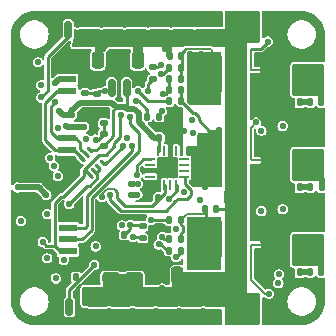
<source format=gbl>
G04 #@! TF.GenerationSoftware,KiCad,Pcbnew,7.0.7*
G04 #@! TF.CreationDate,2024-08-09T21:04:11-05:00*
G04 #@! TF.ProjectId,O32controller,4f333263-6f6e-4747-926f-6c6c65722e6b,3.1*
G04 #@! TF.SameCoordinates,Original*
G04 #@! TF.FileFunction,Copper,L4,Bot*
G04 #@! TF.FilePolarity,Positive*
%FSLAX46Y46*%
G04 Gerber Fmt 4.6, Leading zero omitted, Abs format (unit mm)*
G04 Created by KiCad (PCBNEW 7.0.7) date 2024-08-09 21:04:11*
%MOMM*%
%LPD*%
G01*
G04 APERTURE LIST*
G04 Aperture macros list*
%AMRoundRect*
0 Rectangle with rounded corners*
0 $1 Rounding radius*
0 $2 $3 $4 $5 $6 $7 $8 $9 X,Y pos of 4 corners*
0 Add a 4 corners polygon primitive as box body*
4,1,4,$2,$3,$4,$5,$6,$7,$8,$9,$2,$3,0*
0 Add four circle primitives for the rounded corners*
1,1,$1+$1,$2,$3*
1,1,$1+$1,$4,$5*
1,1,$1+$1,$6,$7*
1,1,$1+$1,$8,$9*
0 Add four rect primitives between the rounded corners*
20,1,$1+$1,$2,$3,$4,$5,0*
20,1,$1+$1,$4,$5,$6,$7,0*
20,1,$1+$1,$6,$7,$8,$9,0*
20,1,$1+$1,$8,$9,$2,$3,0*%
G04 Aperture macros list end*
G04 #@! TA.AperFunction,ComponentPad*
%ADD10RoundRect,0.269607X-1.105393X-1.105393X1.105393X-1.105393X1.105393X1.105393X-1.105393X1.105393X0*%
G04 #@! TD*
G04 #@! TA.AperFunction,SMDPad,CuDef*
%ADD11RoundRect,0.135000X0.135000X0.185000X-0.135000X0.185000X-0.135000X-0.185000X0.135000X-0.185000X0*%
G04 #@! TD*
G04 #@! TA.AperFunction,SMDPad,CuDef*
%ADD12RoundRect,0.140000X0.140000X0.170000X-0.140000X0.170000X-0.140000X-0.170000X0.140000X-0.170000X0*%
G04 #@! TD*
G04 #@! TA.AperFunction,SMDPad,CuDef*
%ADD13RoundRect,0.250000X-0.475000X0.250000X-0.475000X-0.250000X0.475000X-0.250000X0.475000X0.250000X0*%
G04 #@! TD*
G04 #@! TA.AperFunction,SMDPad,CuDef*
%ADD14RoundRect,0.135000X-0.135000X-0.185000X0.135000X-0.185000X0.135000X0.185000X-0.135000X0.185000X0*%
G04 #@! TD*
G04 #@! TA.AperFunction,SMDPad,CuDef*
%ADD15RoundRect,0.140000X-0.140000X-0.170000X0.140000X-0.170000X0.140000X0.170000X-0.140000X0.170000X0*%
G04 #@! TD*
G04 #@! TA.AperFunction,SMDPad,CuDef*
%ADD16RoundRect,0.250000X0.475000X-0.250000X0.475000X0.250000X-0.475000X0.250000X-0.475000X-0.250000X0*%
G04 #@! TD*
G04 #@! TA.AperFunction,SMDPad,CuDef*
%ADD17C,0.250000*%
G04 #@! TD*
G04 #@! TA.AperFunction,SMDPad,CuDef*
%ADD18R,0.600000X0.250000*%
G04 #@! TD*
G04 #@! TA.AperFunction,SMDPad,CuDef*
%ADD19RoundRect,0.135000X-0.185000X0.135000X-0.185000X-0.135000X0.185000X-0.135000X0.185000X0.135000X0*%
G04 #@! TD*
G04 #@! TA.AperFunction,SMDPad,CuDef*
%ADD20RoundRect,0.050000X0.272236X-0.130815X-0.130815X0.272236X-0.272236X0.130815X0.130815X-0.272236X0*%
G04 #@! TD*
G04 #@! TA.AperFunction,SMDPad,CuDef*
%ADD21RoundRect,0.140000X0.170000X-0.140000X0.170000X0.140000X-0.170000X0.140000X-0.170000X-0.140000X0*%
G04 #@! TD*
G04 #@! TA.AperFunction,SMDPad,CuDef*
%ADD22RoundRect,0.140000X-0.170000X0.140000X-0.170000X-0.140000X0.170000X-0.140000X0.170000X0.140000X0*%
G04 #@! TD*
G04 #@! TA.AperFunction,SMDPad,CuDef*
%ADD23RoundRect,0.250000X0.250000X0.475000X-0.250000X0.475000X-0.250000X-0.475000X0.250000X-0.475000X0*%
G04 #@! TD*
G04 #@! TA.AperFunction,SMDPad,CuDef*
%ADD24R,1.550000X0.600000*%
G04 #@! TD*
G04 #@! TA.AperFunction,SMDPad,CuDef*
%ADD25R,1.800000X1.200000*%
G04 #@! TD*
G04 #@! TA.AperFunction,SMDPad,CuDef*
%ADD26RoundRect,0.250000X0.600000X1.450000X-0.600000X1.450000X-0.600000X-1.450000X0.600000X-1.450000X0*%
G04 #@! TD*
G04 #@! TA.AperFunction,SMDPad,CuDef*
%ADD27RoundRect,0.150000X0.150000X0.600000X-0.150000X0.600000X-0.150000X-0.600000X0.150000X-0.600000X0*%
G04 #@! TD*
G04 #@! TA.AperFunction,SMDPad,CuDef*
%ADD28RoundRect,0.150000X0.150000X-0.600000X0.150000X0.600000X-0.150000X0.600000X-0.150000X-0.600000X0*%
G04 #@! TD*
G04 #@! TA.AperFunction,SMDPad,CuDef*
%ADD29RoundRect,0.250000X-0.400000X-0.450000X0.400000X-0.450000X0.400000X0.450000X-0.400000X0.450000X0*%
G04 #@! TD*
G04 #@! TA.AperFunction,SMDPad,CuDef*
%ADD30R,0.812800X0.254000*%
G04 #@! TD*
G04 #@! TA.AperFunction,SMDPad,CuDef*
%ADD31R,0.254000X0.812800*%
G04 #@! TD*
G04 #@! TA.AperFunction,SMDPad,CuDef*
%ADD32R,1.701800X1.701800*%
G04 #@! TD*
G04 #@! TA.AperFunction,SMDPad,CuDef*
%ADD33RoundRect,0.135000X0.185000X-0.135000X0.185000X0.135000X-0.185000X0.135000X-0.185000X-0.135000X0*%
G04 #@! TD*
G04 #@! TA.AperFunction,ViaPad*
%ADD34C,0.550000*%
G04 #@! TD*
G04 #@! TA.AperFunction,Conductor*
%ADD35C,0.250000*%
G04 #@! TD*
G04 #@! TA.AperFunction,Conductor*
%ADD36C,0.200000*%
G04 #@! TD*
G04 #@! TA.AperFunction,Conductor*
%ADD37C,0.500000*%
G04 #@! TD*
G04 APERTURE END LIST*
D10*
X61850000Y-53550000D03*
X61850000Y-49750000D03*
X56450000Y-38100000D03*
X61850000Y-46350000D03*
X61850000Y-42550000D03*
X56450000Y-61900000D03*
X61850000Y-56950000D03*
D11*
X51135000Y-44350000D03*
X50115000Y-44350000D03*
D12*
X62985000Y-44450000D03*
X62025000Y-44450000D03*
X54080000Y-53500000D03*
X53120000Y-53500000D03*
D13*
X51500000Y-60850000D03*
X51500000Y-62750000D03*
D14*
X48140000Y-52550000D03*
X49160000Y-52550000D03*
D11*
X51135000Y-41510000D03*
X50115000Y-41510000D03*
D15*
X49270000Y-47450000D03*
X50230000Y-47450000D03*
D16*
X45500000Y-39150000D03*
X45500000Y-37250000D03*
D17*
X57100000Y-56500000D03*
D18*
X57400000Y-56500000D03*
D17*
X57700000Y-56500000D03*
X57050000Y-41700000D03*
D18*
X57350000Y-41700000D03*
D17*
X57650000Y-41700000D03*
D16*
X51500000Y-39150000D03*
X51500000Y-37250000D03*
D15*
X50145000Y-40550000D03*
X51105000Y-40550000D03*
D12*
X62980000Y-58850000D03*
X62020000Y-58850000D03*
D19*
X48700000Y-41490000D03*
X48700000Y-42510000D03*
D20*
X44453589Y-49542929D03*
X44100036Y-49896482D03*
X43746482Y-50250036D03*
X43392929Y-50603589D03*
X42346411Y-49557071D03*
X42699964Y-49203518D03*
X43053518Y-48849964D03*
X43407071Y-48496411D03*
D21*
X43000000Y-43680000D03*
X43000000Y-42720000D03*
D16*
X49500000Y-39150000D03*
X49500000Y-37250000D03*
D14*
X50115000Y-43400000D03*
X51135000Y-43400000D03*
D22*
X46950000Y-51370000D03*
X46950000Y-52330000D03*
D13*
X45500000Y-60850000D03*
X45500000Y-62750000D03*
D16*
X43500000Y-39150000D03*
X43500000Y-37250000D03*
X47500000Y-39150000D03*
X47500000Y-37250000D03*
D23*
X44050000Y-40900000D03*
X42150000Y-40900000D03*
D11*
X51110000Y-56000000D03*
X50090000Y-56000000D03*
D23*
X47450000Y-40900000D03*
X45550000Y-40900000D03*
D19*
X42800000Y-45490000D03*
X42800000Y-46510000D03*
D24*
X41500000Y-57050000D03*
X41500000Y-56050000D03*
X41500000Y-55050000D03*
X41500000Y-54050000D03*
D25*
X37625000Y-58350000D03*
X37625000Y-52750000D03*
D12*
X63000000Y-51650000D03*
X62040000Y-51650000D03*
D26*
X59150000Y-56050000D03*
X53750000Y-56050000D03*
D13*
X47500000Y-60850000D03*
X47500000Y-62750000D03*
D19*
X44550000Y-45190000D03*
X44550000Y-46210000D03*
D27*
X41650000Y-61750000D03*
D24*
X41480000Y-48500000D03*
X41480000Y-47500000D03*
D25*
X37605000Y-49800000D03*
X37605000Y-46200000D03*
D28*
X46485000Y-43250000D03*
X45215000Y-43250000D03*
D11*
X61160000Y-51650000D03*
X60140000Y-51650000D03*
D16*
X47150000Y-59350000D03*
X47150000Y-57450000D03*
D12*
X55250000Y-46850000D03*
X54290000Y-46850000D03*
D14*
X50115000Y-42460000D03*
X51135000Y-42460000D03*
D19*
X47850000Y-54940000D03*
X47850000Y-55960000D03*
D13*
X49500000Y-60850000D03*
X49500000Y-62750000D03*
D11*
X61160000Y-58850000D03*
X60140000Y-58850000D03*
D19*
X44550000Y-47090000D03*
X44550000Y-48110000D03*
D11*
X49260000Y-45650000D03*
X48240000Y-45650000D03*
D24*
X41480000Y-43500000D03*
X41480000Y-42500000D03*
D25*
X37605000Y-44800000D03*
X37605000Y-41200000D03*
D14*
X50090000Y-54400000D03*
X51110000Y-54400000D03*
D26*
X59150000Y-42050000D03*
X53750000Y-42050000D03*
D29*
X55450000Y-52500000D03*
X58350000Y-52500000D03*
D11*
X51110000Y-57000000D03*
X50090000Y-57000000D03*
D16*
X53500000Y-39150000D03*
X53500000Y-37250000D03*
D13*
X43500000Y-60850000D03*
X43500000Y-62750000D03*
D14*
X45290000Y-55650000D03*
X46310000Y-55650000D03*
D11*
X61165000Y-44450000D03*
X60145000Y-44450000D03*
D19*
X43950000Y-42690000D03*
X43950000Y-43710000D03*
D12*
X42210000Y-59250000D03*
X41250000Y-59250000D03*
D16*
X45150000Y-59350000D03*
X45150000Y-57450000D03*
D30*
X51384400Y-49237199D03*
X51384400Y-49737200D03*
X51384400Y-50237200D03*
X51384400Y-50737201D03*
D31*
X50686601Y-51435000D03*
X50186600Y-51435000D03*
X49686600Y-51435000D03*
X49186599Y-51435000D03*
D30*
X48488800Y-50737201D03*
X48488800Y-50237200D03*
X48488800Y-49737200D03*
X48488800Y-49237199D03*
D31*
X49186599Y-48539400D03*
X49686600Y-48539400D03*
X50186600Y-48539400D03*
X50686601Y-48539400D03*
D32*
X49936600Y-49987200D03*
D23*
X50800000Y-59100000D03*
X48900000Y-59100000D03*
D27*
X41550000Y-38300000D03*
D33*
X41800000Y-46510000D03*
X41800000Y-45490000D03*
D17*
X57100000Y-49350000D03*
D18*
X57400000Y-49350000D03*
D17*
X57700000Y-49350000D03*
D13*
X53500000Y-60850000D03*
X53500000Y-62750000D03*
D26*
X59150000Y-49250000D03*
X53750000Y-49250000D03*
D34*
X39395600Y-56286400D03*
X39763615Y-57645585D03*
X41173600Y-57784502D03*
X50700000Y-57550000D03*
X58550000Y-60650000D03*
X49450000Y-45200000D03*
X57450000Y-46150000D03*
X58450000Y-39300000D03*
X49408628Y-41258628D03*
X55050000Y-57000000D03*
X49500000Y-60200000D03*
X55050000Y-59450000D03*
X56450000Y-41700000D03*
X56450000Y-50000000D03*
X55050000Y-43000000D03*
X47650000Y-39900000D03*
X56400000Y-56950000D03*
X56450000Y-54550000D03*
X56450000Y-45450000D03*
X56450000Y-51350000D03*
X55050000Y-50000000D03*
X56450000Y-47550000D03*
X56450000Y-43000000D03*
X56450000Y-40550000D03*
X44650000Y-59300000D03*
X56450000Y-59450000D03*
X55050000Y-58300000D03*
X56450000Y-58300000D03*
X55050000Y-44350000D03*
X55450000Y-45250000D03*
X56450000Y-48700000D03*
X40350000Y-49850000D03*
X51500000Y-60200000D03*
X43866000Y-56642000D03*
X55050000Y-41700000D03*
X55050000Y-48700000D03*
X47500000Y-60200000D03*
X56450000Y-44300000D03*
X45500000Y-60200000D03*
X55350000Y-47750000D03*
X44500000Y-39900000D03*
X55050000Y-55700000D03*
X56450000Y-52450000D03*
X49775000Y-39950000D03*
X55050000Y-51350000D03*
X56450000Y-55700000D03*
X39250000Y-43000000D03*
X39000000Y-41050000D03*
X47050000Y-55850000D03*
X40750000Y-45150000D03*
X39695591Y-52292587D03*
X37540500Y-54508400D03*
X37262000Y-51650000D03*
X40500000Y-59350000D03*
X47450000Y-43475000D03*
X41350000Y-46482000D03*
X40650000Y-46634400D03*
X47300000Y-44300000D03*
X40659364Y-50697700D03*
X43750000Y-58200000D03*
X46080000Y-54870000D03*
X48300000Y-43500000D03*
X46800000Y-54800000D03*
X49425000Y-42025000D03*
X49600000Y-43700000D03*
X48550000Y-54400000D03*
X53000000Y-62150000D03*
X38939100Y-50300858D03*
X49375000Y-55100000D03*
X50250000Y-37850000D03*
X44900000Y-58200000D03*
X42350000Y-37850000D03*
X46300000Y-37850000D03*
X47300000Y-42475000D03*
X37350000Y-45350000D03*
X44350000Y-37850000D03*
X41325500Y-54174500D03*
X37400000Y-59275000D03*
X50950000Y-62150000D03*
X47300000Y-58200000D03*
X43575000Y-59475000D03*
X51350000Y-46850000D03*
X45350000Y-41875000D03*
X43950000Y-45500000D03*
X47000000Y-62100000D03*
X52250000Y-37850000D03*
X45750000Y-54200000D03*
X39649600Y-55524400D03*
X37100000Y-40200000D03*
X50200000Y-45150000D03*
X48300000Y-37850000D03*
X39750500Y-53109763D03*
X45000000Y-62100000D03*
X39968945Y-50534250D03*
X43000000Y-62100000D03*
X49750000Y-58200000D03*
X48950000Y-62150000D03*
X43100000Y-41875000D03*
X46800000Y-45675000D03*
X46925000Y-48125000D03*
X49500000Y-55825000D03*
X43866000Y-47599600D03*
X49200000Y-56475000D03*
X43035561Y-47549500D03*
X57900000Y-46850000D03*
X52080000Y-47040000D03*
X52700000Y-52750000D03*
X57900000Y-53650000D03*
X50650000Y-55150000D03*
X59350000Y-59750000D03*
X52050000Y-45950000D03*
X59700000Y-46450000D03*
X47450000Y-51350000D03*
X51350000Y-52050000D03*
X59700000Y-53500000D03*
X59400000Y-59000000D03*
X47400000Y-52250000D03*
X52340000Y-41200000D03*
X52810000Y-43090000D03*
X52340000Y-43360000D03*
X53270000Y-44440000D03*
X52340000Y-43900000D03*
X52810000Y-43630000D03*
X52810000Y-42550000D03*
X53730000Y-44170000D03*
X51870000Y-43090000D03*
X52810000Y-40390000D03*
X52340000Y-42820000D03*
X51870000Y-40930000D03*
X51870000Y-41470000D03*
X52810000Y-40930000D03*
X52810000Y-44170000D03*
X51870000Y-40390000D03*
X53270000Y-43900000D03*
X52810000Y-41470000D03*
X52340000Y-40660000D03*
X52810000Y-42010000D03*
X52340000Y-42280000D03*
X51870000Y-43630000D03*
X51870000Y-42010000D03*
X51870000Y-44170000D03*
X51870000Y-42550000D03*
X52340000Y-44430000D03*
X52340000Y-41740000D03*
X46150000Y-48100000D03*
X53630000Y-51350000D03*
X52700000Y-48100000D03*
X52710000Y-50790000D03*
X53170000Y-48370000D03*
X53160000Y-51610000D03*
X52710000Y-49180000D03*
X53640000Y-47580000D03*
X53180000Y-50530000D03*
X51760000Y-48650000D03*
X53180000Y-49990000D03*
X52230000Y-48920000D03*
X53180000Y-48900000D03*
X52700000Y-48650000D03*
X52710000Y-50250000D03*
X52240000Y-49450000D03*
X52230000Y-48380000D03*
X53170000Y-47840000D03*
X53180000Y-51070000D03*
X53170000Y-47310000D03*
X52700000Y-47570000D03*
X52710000Y-49710000D03*
X52240000Y-50510000D03*
X52700000Y-51320000D03*
X52230000Y-51050000D03*
X53180000Y-49450000D03*
X52230000Y-49980000D03*
X52790000Y-56540000D03*
X52790000Y-56000000D03*
X51840000Y-55460000D03*
X52320000Y-55720000D03*
X52320000Y-56800000D03*
X52790000Y-57070000D03*
X53250000Y-58400000D03*
X52780000Y-57600000D03*
X52310000Y-58390000D03*
X52320000Y-55190000D03*
X52320000Y-56260000D03*
X51850000Y-56530000D03*
X51850000Y-57060000D03*
X51840000Y-56000000D03*
X52790000Y-54930000D03*
X51840000Y-54930000D03*
X52320000Y-57330000D03*
X52790000Y-58130000D03*
X51850000Y-57590000D03*
X52780000Y-54400000D03*
X51840000Y-58120000D03*
X53250000Y-57860000D03*
X52310000Y-57860000D03*
X52310000Y-54660000D03*
X51830000Y-54400000D03*
X53710000Y-58130000D03*
X52790000Y-55460000D03*
X40000000Y-49150000D03*
X50050000Y-52600000D03*
X39249115Y-44025245D03*
X40450000Y-44450000D03*
X40450000Y-42800000D03*
X45100000Y-52300000D03*
X44408181Y-52470879D03*
X47350000Y-50600000D03*
X46050000Y-45550000D03*
X41626500Y-53040500D03*
X39750000Y-53900000D03*
X44650000Y-43525000D03*
X46550000Y-47450000D03*
D35*
X44040400Y-47599600D02*
X44550000Y-47090000D01*
X43866000Y-47599600D02*
X44040400Y-47599600D01*
D36*
X44408181Y-52470879D02*
X44408181Y-52214001D01*
X44408181Y-52214001D02*
X44872182Y-51750000D01*
X44872182Y-51750000D02*
X45400000Y-51750000D01*
X45400000Y-51750000D02*
X45500000Y-51850000D01*
D37*
X39695591Y-52292587D02*
X39053004Y-51650000D01*
X39053004Y-51650000D02*
X37262000Y-51650000D01*
X41800000Y-45490000D02*
X41090000Y-45490000D01*
X41090000Y-45490000D02*
X40750000Y-45150000D01*
D35*
X50750001Y-51450000D02*
X50750001Y-51899999D01*
X50750001Y-51899999D02*
X50050000Y-52600000D01*
X40400000Y-56600000D02*
X39709200Y-56600000D01*
X39709200Y-56600000D02*
X39395600Y-56286400D01*
X41626500Y-53040500D02*
X43167000Y-51500000D01*
X44000166Y-50876180D02*
X44000166Y-50503720D01*
X43167000Y-51500000D02*
X43376346Y-51500000D01*
X43376346Y-51500000D02*
X44000166Y-50876180D01*
X44000166Y-50503720D02*
X43746482Y-50250036D01*
X51110000Y-57140000D02*
X50700000Y-57550000D01*
X51110000Y-57000000D02*
X51110000Y-57140000D01*
D36*
X57050000Y-59483668D02*
X57050000Y-56550000D01*
X58216332Y-60650000D02*
X57050000Y-59483668D01*
X58550000Y-60650000D02*
X58216332Y-60650000D01*
X57472182Y-46150000D02*
X57450000Y-46150000D01*
X49260000Y-45650000D02*
X49260000Y-45390000D01*
X57000000Y-49250000D02*
X57000000Y-46622182D01*
X49260000Y-45390000D02*
X49450000Y-45200000D01*
X57100000Y-49350000D02*
X57000000Y-49250000D01*
X57000000Y-46622182D02*
X57472182Y-46150000D01*
D35*
X57850000Y-39900000D02*
X58450000Y-39300000D01*
D36*
X57050000Y-41650000D02*
X57050000Y-41700000D01*
D35*
X49049712Y-41490000D02*
X48700000Y-41490000D01*
X49281084Y-41258628D02*
X49049712Y-41490000D01*
D36*
X57000000Y-41600000D02*
X57050000Y-41650000D01*
X57000000Y-39900000D02*
X57000000Y-41600000D01*
D35*
X57000000Y-39900000D02*
X57850000Y-39900000D01*
X49408628Y-41258628D02*
X49281084Y-41258628D01*
D37*
X62985000Y-43685000D02*
X61850000Y-42550000D01*
X62985000Y-44450000D02*
X62985000Y-43685000D01*
X63000000Y-51650000D02*
X63000000Y-50900000D01*
X63000000Y-50900000D02*
X61850000Y-49750000D01*
X62980000Y-58080000D02*
X61850000Y-56950000D01*
X62980000Y-58850000D02*
X62980000Y-58080000D01*
X44500000Y-39900000D02*
X44450000Y-39900000D01*
X44500000Y-39900000D02*
X44075000Y-39900000D01*
X49775000Y-39425000D02*
X49500000Y-39150000D01*
X49940000Y-39950000D02*
X50120000Y-39770000D01*
X47450000Y-40900000D02*
X47300000Y-40750000D01*
X47650000Y-39900000D02*
X47650000Y-40700000D01*
X47650000Y-39300000D02*
X47500000Y-39150000D01*
X49775000Y-39950000D02*
X49940000Y-39950000D01*
X50120000Y-39770000D02*
X49500000Y-39150000D01*
X44075000Y-39900000D02*
X44050000Y-39925000D01*
X49775000Y-39950000D02*
X49775000Y-39425000D01*
X44050000Y-40300000D02*
X44050000Y-40900000D01*
X47150000Y-59350000D02*
X47150000Y-60500000D01*
X44050000Y-39925000D02*
X44050000Y-39700000D01*
X47650000Y-39900000D02*
X47650000Y-39300000D01*
D35*
X55400000Y-53000000D02*
X55400000Y-52400000D01*
X54080000Y-53500000D02*
X54900000Y-53500000D01*
D37*
X50800000Y-59100000D02*
X50800000Y-60150000D01*
X47300000Y-39350000D02*
X47500000Y-39150000D01*
X44500000Y-39900000D02*
X44500000Y-39875000D01*
X44050000Y-39700000D02*
X43500000Y-39150000D01*
X47150000Y-60500000D02*
X47500000Y-60850000D01*
D35*
X54900000Y-53500000D02*
X55400000Y-53000000D01*
D37*
X55841350Y-38708650D02*
X56450000Y-38100000D01*
X50800000Y-60150000D02*
X51500000Y-60850000D01*
X47300000Y-40750000D02*
X47300000Y-39350000D01*
X56350000Y-38200000D02*
X56450000Y-38100000D01*
X44500000Y-39875000D02*
X45225000Y-39150000D01*
X50120000Y-40550000D02*
X50120000Y-39770000D01*
X45225000Y-39150000D02*
X45500000Y-39150000D01*
X44450000Y-39900000D02*
X44050000Y-40300000D01*
X47650000Y-40700000D02*
X47450000Y-40900000D01*
X44050000Y-40900000D02*
X44050000Y-39925000D01*
D35*
X45350000Y-45107315D02*
X45482315Y-44975000D01*
D37*
X41800000Y-45490000D02*
X41800000Y-45200000D01*
X48850000Y-47450000D02*
X49270000Y-47450000D01*
X41800000Y-45200000D02*
X42530000Y-44470000D01*
D35*
X49270000Y-47450000D02*
X49270000Y-48529999D01*
D37*
X47500000Y-46100000D02*
X48850000Y-47450000D01*
X46510050Y-44975000D02*
X47089950Y-44975000D01*
D35*
X46485000Y-43250000D02*
X46485000Y-44750050D01*
D37*
X45607315Y-44850000D02*
X46385050Y-44850000D01*
D35*
X44550000Y-48110000D02*
X44303173Y-48110000D01*
X49270000Y-48529999D02*
X49249999Y-48550000D01*
X47090000Y-55810000D02*
X47050000Y-55850000D01*
X44303173Y-48110000D02*
X43916762Y-48496411D01*
D37*
X46385050Y-44850000D02*
X46510050Y-44975000D01*
X42530000Y-44470000D02*
X45220000Y-44470000D01*
D35*
X47850000Y-55810000D02*
X47090000Y-55810000D01*
D37*
X47089950Y-44975000D02*
X47500000Y-45385050D01*
D35*
X44550000Y-48110000D02*
X45350000Y-47310000D01*
D37*
X47500000Y-45385050D02*
X47500000Y-46100000D01*
D35*
X45350000Y-47310000D02*
X45350000Y-45107315D01*
D37*
X45220000Y-44470000D02*
X45482315Y-44732315D01*
D35*
X43916762Y-48496411D02*
X43407071Y-48496411D01*
X46485000Y-44750050D02*
X46385050Y-44850000D01*
D37*
X41800000Y-46510000D02*
X42800000Y-46510000D01*
D35*
X41710000Y-46600000D02*
X41800000Y-46510000D01*
X47450000Y-43475000D02*
X48325000Y-44350000D01*
X41350000Y-46600000D02*
X41710000Y-46600000D01*
X48325000Y-44350000D02*
X50090000Y-44350000D01*
X48240000Y-45650000D02*
X48240000Y-45063223D01*
X47526777Y-44350000D02*
X47250000Y-44350000D01*
X48240000Y-45063223D02*
X47526777Y-44350000D01*
X41650000Y-60300000D02*
X41650000Y-61750000D01*
X43750000Y-58200000D02*
X41650000Y-60300000D01*
X48300000Y-43500000D02*
X48300000Y-42910000D01*
X48300000Y-42910000D02*
X48700000Y-42510000D01*
X49425000Y-42025000D02*
X49554462Y-42025000D01*
X49554462Y-42025000D02*
X50069462Y-41510000D01*
X46800000Y-55160000D02*
X46310000Y-55650000D01*
X47850000Y-54790000D02*
X46810000Y-54790000D01*
X50069462Y-41510000D02*
X50090000Y-41510000D01*
X46810000Y-54790000D02*
X46800000Y-54800000D01*
X46800000Y-54800000D02*
X46800000Y-55160000D01*
X49600000Y-43700000D02*
X49790000Y-43700000D01*
X49790000Y-43700000D02*
X50090000Y-43400000D01*
X48550000Y-54400000D02*
X50090000Y-54400000D01*
X50090000Y-42460000D02*
X50090000Y-43400000D01*
X48550000Y-50250000D02*
X49750000Y-50250000D01*
D36*
X59050000Y-49350000D02*
X59150000Y-49250000D01*
D37*
X44100000Y-45490000D02*
X44400000Y-45190000D01*
D36*
X57700000Y-49350000D02*
X59050000Y-49350000D01*
D35*
X49249999Y-50750001D02*
X50000000Y-50000000D01*
X50230000Y-48530000D02*
X50250000Y-48550000D01*
X45290000Y-54660000D02*
X45750000Y-54200000D01*
X49750000Y-50250000D02*
X50000000Y-50000000D01*
D37*
X42800000Y-45490000D02*
X44100000Y-45490000D01*
D35*
X50250000Y-48550000D02*
X50250000Y-49750000D01*
X51350000Y-46850000D02*
X50830000Y-46850000D01*
D36*
X58800000Y-41700000D02*
X59150000Y-42050000D01*
X57650000Y-56500000D02*
X58700000Y-56500000D01*
X58700000Y-56500000D02*
X59150000Y-56050000D01*
D35*
X45290000Y-55650000D02*
X45290000Y-54660000D01*
D36*
X57650000Y-41700000D02*
X58800000Y-41700000D01*
D35*
X49249999Y-51450000D02*
X49249999Y-50750001D01*
X50830000Y-46850000D02*
X50230000Y-47450000D01*
X50250000Y-49750000D02*
X50000000Y-50000000D01*
X50230000Y-47450000D02*
X50230000Y-48530000D01*
X43550000Y-52527710D02*
X47550000Y-48527710D01*
X42750000Y-56050000D02*
X43550000Y-55250000D01*
X47550000Y-48527710D02*
X47550000Y-47000000D01*
X43550000Y-55250000D02*
X43550000Y-52527710D01*
X46800000Y-46250000D02*
X46800000Y-45675000D01*
X47550000Y-47000000D02*
X46800000Y-46250000D01*
X41500000Y-56050000D02*
X42750000Y-56050000D01*
X43000000Y-55050000D02*
X43100000Y-54950000D01*
X46925000Y-48555000D02*
X46925000Y-48125000D01*
X43100000Y-54950000D02*
X43100000Y-52380000D01*
X41500000Y-55050000D02*
X43000000Y-55050000D01*
X43100000Y-52380000D02*
X46925000Y-48555000D01*
X49675000Y-56000000D02*
X49500000Y-55825000D01*
X44550000Y-47090000D02*
X44550000Y-46360000D01*
X50090000Y-56000000D02*
X49675000Y-56000000D01*
X44550000Y-46360000D02*
X44400000Y-46210000D01*
X49200000Y-56475000D02*
X49400000Y-56475000D01*
X49400000Y-56475000D02*
X49925000Y-57000000D01*
X49925000Y-57000000D02*
X50090000Y-57000000D01*
X46850000Y-51370000D02*
X47430000Y-51370000D01*
X47430000Y-51370000D02*
X47450000Y-51350000D01*
X47320000Y-52330000D02*
X47400000Y-52250000D01*
X46850000Y-52330000D02*
X47320000Y-52330000D01*
D37*
X62025000Y-44450000D02*
X61165000Y-44450000D01*
D35*
X51110000Y-42460000D02*
X51110000Y-41510000D01*
X53800000Y-42000000D02*
X53750000Y-42050000D01*
D36*
X51450000Y-39950000D02*
X53600000Y-39950000D01*
D35*
X51150000Y-40250000D02*
X51400000Y-40000000D01*
D36*
X51400000Y-40000000D02*
X51450000Y-39950000D01*
X53600000Y-39950000D02*
X53750000Y-40100000D01*
X53750000Y-40100000D02*
X53750000Y-40300000D01*
D35*
X53750000Y-40300000D02*
X53750000Y-42050000D01*
X51110000Y-41510000D02*
X51150000Y-41470000D01*
X51150000Y-41470000D02*
X51150000Y-40250000D01*
X46150000Y-48236396D02*
X46150000Y-48100000D01*
X44603589Y-49692929D02*
X44693467Y-49692929D01*
X44693467Y-49692929D02*
X46150000Y-48236396D01*
X51110000Y-44350000D02*
X51110000Y-43350000D01*
X54290000Y-48710000D02*
X53750000Y-49250000D01*
X52625000Y-45711827D02*
X52288173Y-45375000D01*
X52135000Y-45375000D02*
X51110000Y-44350000D01*
X53500000Y-46850000D02*
X52625000Y-45975000D01*
X52625000Y-45975000D02*
X52625000Y-45711827D01*
X52288173Y-45375000D02*
X52135000Y-45375000D01*
X54290000Y-46850000D02*
X53500000Y-46850000D01*
X54290000Y-46850000D02*
X54290000Y-48710000D01*
X51110000Y-55503173D02*
X51110000Y-56000000D01*
D36*
X53100000Y-53900000D02*
X51610000Y-53900000D01*
X51610000Y-53900000D02*
X51110000Y-54400000D01*
D35*
X51110000Y-54400000D02*
X51110000Y-54796827D01*
X51110000Y-54796827D02*
X51225000Y-54911827D01*
X54270000Y-55270000D02*
X54270000Y-55530000D01*
D36*
X54270000Y-55530000D02*
X53750000Y-56050000D01*
X53200000Y-53800000D02*
X53100000Y-53900000D01*
D35*
X53200000Y-53600000D02*
X53200000Y-54200000D01*
X53200000Y-54200000D02*
X54270000Y-55270000D01*
D36*
X53200000Y-53500000D02*
X53200000Y-53800000D01*
D35*
X51225000Y-55388173D02*
X51110000Y-55503173D01*
X51225000Y-54911827D02*
X51225000Y-55388173D01*
X41600000Y-38800000D02*
X41600000Y-38400000D01*
X39825000Y-40575000D02*
X41600000Y-38800000D01*
X39249115Y-44025245D02*
X39825000Y-43449360D01*
X39825000Y-43449360D02*
X39825000Y-40575000D01*
X40586827Y-43500000D02*
X41480000Y-43500000D01*
X39600000Y-47636396D02*
X39600000Y-44486827D01*
X41480000Y-48500000D02*
X40463604Y-48500000D01*
X39600000Y-44486827D02*
X40586827Y-43500000D01*
X40463604Y-48500000D02*
X39600000Y-47636396D01*
X41996446Y-48500000D02*
X41480000Y-48500000D01*
X42849964Y-49353518D02*
X41996446Y-48500000D01*
D37*
X40450000Y-42800000D02*
X40750000Y-42500000D01*
D35*
X40075000Y-44825000D02*
X40075000Y-46988173D01*
X40450000Y-44450000D02*
X40075000Y-44825000D01*
X42205000Y-47500000D02*
X41480000Y-47500000D01*
X42580000Y-48376446D02*
X42580000Y-47875000D01*
X40075000Y-46988173D02*
X40586827Y-47500000D01*
X43203518Y-48999964D02*
X42580000Y-48376446D01*
D37*
X40750000Y-42500000D02*
X41480000Y-42500000D01*
D35*
X42580000Y-47875000D02*
X42205000Y-47500000D01*
X40586827Y-47500000D02*
X41480000Y-47500000D01*
X51588173Y-52625000D02*
X50825000Y-52625000D01*
X49813173Y-53650000D02*
X46004800Y-53650000D01*
X50625000Y-52825000D02*
X50625000Y-52838173D01*
X51950000Y-51836827D02*
X51950000Y-52263173D01*
X45100000Y-52745200D02*
X45100000Y-52300000D01*
X46004800Y-53650000D02*
X45100000Y-52745200D01*
X51450000Y-51336827D02*
X51950000Y-51836827D01*
X50825000Y-52625000D02*
X50625000Y-52825000D01*
X50625000Y-52838173D02*
X49813173Y-53650000D01*
X51950000Y-52263173D02*
X51588173Y-52625000D01*
X51450000Y-50750001D02*
X51450000Y-51336827D01*
X49750000Y-52082599D02*
X49750000Y-51450000D01*
X48632599Y-53200000D02*
X49750000Y-52082599D01*
X45675000Y-52025000D02*
X45675000Y-52538173D01*
X46331396Y-53200000D02*
X48632599Y-53200000D01*
X45672285Y-52540889D02*
X46331396Y-53200000D01*
X45675000Y-52538173D02*
X45672285Y-52540889D01*
X45500000Y-51850000D02*
X45675000Y-52025000D01*
X47350000Y-49817400D02*
X47917401Y-49249999D01*
X47350000Y-50600000D02*
X47350000Y-49817400D01*
X47917401Y-49249999D02*
X48550000Y-49249999D01*
X40961827Y-52425000D02*
X40400000Y-52986827D01*
X43249246Y-50459906D02*
X43542929Y-50753589D01*
X46050000Y-45550000D02*
X45950000Y-45650000D01*
X44167444Y-48895693D02*
X42850000Y-50213137D01*
X43002477Y-50213137D02*
X42850000Y-50213137D01*
X40400000Y-52986827D02*
X40400000Y-56600000D01*
X41138604Y-52425000D02*
X40961827Y-52425000D01*
X42850000Y-50213137D02*
X42850000Y-50713604D01*
X43392929Y-50603589D02*
X43002477Y-50213137D01*
X44734845Y-48895693D02*
X44167444Y-48895693D01*
X40850000Y-57050000D02*
X41500000Y-57050000D01*
X45450000Y-47900000D02*
X45450000Y-48180538D01*
X40400000Y-56600000D02*
X40850000Y-57050000D01*
X42850000Y-50713604D02*
X41138604Y-52425000D01*
X45950000Y-47400000D02*
X45450000Y-47900000D01*
X45450000Y-48180538D02*
X44734845Y-48895693D01*
X45950000Y-45650000D02*
X45950000Y-47400000D01*
X44250036Y-50046482D02*
X43896482Y-50400036D01*
X44135000Y-43525000D02*
X43950000Y-43710000D01*
X44650000Y-43525000D02*
X44135000Y-43525000D01*
X43000000Y-43680000D02*
X43920000Y-43680000D01*
X43920000Y-43680000D02*
X43950000Y-43710000D01*
X44650000Y-43525000D02*
X44940000Y-43525000D01*
X44940000Y-43525000D02*
X45215000Y-43250000D01*
D37*
X62040000Y-51650000D02*
X61160000Y-51650000D01*
X62020000Y-58850000D02*
X61160000Y-58850000D01*
G04 #@! TA.AperFunction,Conductor*
G36*
X54559191Y-47068907D02*
G01*
X54595155Y-47118407D01*
X54600000Y-47149000D01*
X54600000Y-51551000D01*
X54581093Y-51609191D01*
X54531593Y-51645155D01*
X54501000Y-51650000D01*
X52209536Y-51650000D01*
X52151345Y-51631093D01*
X52149877Y-51630005D01*
X52140616Y-51623011D01*
X52135437Y-51618505D01*
X51764496Y-51247565D01*
X51736719Y-51193048D01*
X51735500Y-51177561D01*
X51735500Y-51120092D01*
X51754407Y-51061901D01*
X51803907Y-51025937D01*
X51815177Y-51022995D01*
X51853424Y-51015388D01*
X51906514Y-50979915D01*
X51941987Y-50926825D01*
X51945732Y-50907997D01*
X51951299Y-50880015D01*
X51951300Y-50880005D01*
X51951300Y-50594396D01*
X51951299Y-50594386D01*
X51941987Y-50547578D01*
X51941986Y-50547575D01*
X51938395Y-50542201D01*
X51921787Y-50483313D01*
X51938396Y-50432197D01*
X51941987Y-50426824D01*
X51945732Y-50407996D01*
X51951299Y-50380014D01*
X51951300Y-50380004D01*
X51951300Y-50094395D01*
X51951299Y-50094385D01*
X51941987Y-50047577D01*
X51941987Y-50047576D01*
X51938396Y-50042202D01*
X51921787Y-49983316D01*
X51938396Y-49932197D01*
X51941987Y-49926824D01*
X51945732Y-49907996D01*
X51951299Y-49880014D01*
X51951300Y-49880004D01*
X51951300Y-49594395D01*
X51951299Y-49594385D01*
X51941987Y-49547577D01*
X51941986Y-49547574D01*
X51938395Y-49542200D01*
X51921787Y-49483312D01*
X51938396Y-49432196D01*
X51941987Y-49426823D01*
X51945732Y-49407995D01*
X51951299Y-49380013D01*
X51951300Y-49380003D01*
X51951300Y-49094394D01*
X51951299Y-49094384D01*
X51941987Y-49047576D01*
X51941986Y-49047573D01*
X51906515Y-48994486D01*
X51906512Y-48994483D01*
X51853425Y-48959012D01*
X51853422Y-48959011D01*
X51806614Y-48949699D01*
X51806606Y-48949699D01*
X51649000Y-48949699D01*
X51590809Y-48930792D01*
X51554845Y-48881292D01*
X51550000Y-48850699D01*
X51550000Y-48199000D01*
X51568907Y-48140809D01*
X51618407Y-48104845D01*
X51649000Y-48100000D01*
X52449999Y-48100000D01*
X52450000Y-48100000D01*
X52450000Y-47299697D01*
X52458946Y-47258572D01*
X52493681Y-47182513D01*
X52502156Y-47163956D01*
X52506332Y-47134910D01*
X52533326Y-47080005D01*
X52587440Y-47051450D01*
X52604324Y-47050000D01*
X54501000Y-47050000D01*
X54559191Y-47068907D01*
G37*
G04 #@! TD.AperFunction*
G04 #@! TA.AperFunction,Conductor*
G36*
X54459191Y-54168907D02*
G01*
X54495155Y-54218407D01*
X54500000Y-54249000D01*
X54500000Y-58551000D01*
X54481093Y-58609191D01*
X54431593Y-58645155D01*
X54401000Y-58650000D01*
X51699000Y-58650000D01*
X51640809Y-58631093D01*
X51604845Y-58581593D01*
X51600000Y-58551000D01*
X51600000Y-54249000D01*
X51618907Y-54190809D01*
X51668407Y-54154845D01*
X51699000Y-54150000D01*
X54401000Y-54150000D01*
X54459191Y-54168907D01*
G37*
G04 #@! TD.AperFunction*
G04 #@! TA.AperFunction,Conductor*
G36*
X54459191Y-40168907D02*
G01*
X54495155Y-40218407D01*
X54500000Y-40249000D01*
X54500000Y-44551000D01*
X54481093Y-44609191D01*
X54431593Y-44645155D01*
X54401000Y-44650000D01*
X51854766Y-44650000D01*
X51796575Y-44631093D01*
X51784762Y-44621004D01*
X51628996Y-44465238D01*
X51601219Y-44410721D01*
X51600000Y-44395234D01*
X51600000Y-40249000D01*
X51618907Y-40190809D01*
X51668407Y-40154845D01*
X51699000Y-40150000D01*
X54401000Y-40150000D01*
X54459191Y-40168907D01*
G37*
G04 #@! TD.AperFunction*
G04 #@! TA.AperFunction,Conductor*
G36*
X54593691Y-36719407D02*
G01*
X54629655Y-36768907D01*
X54634500Y-36799500D01*
X54634500Y-37985500D01*
X54615593Y-38043691D01*
X54566093Y-38079655D01*
X54535500Y-38084500D01*
X52447748Y-38084500D01*
X52424208Y-38086183D01*
X52424209Y-38086183D01*
X52410257Y-38088188D01*
X52396312Y-38090193D01*
X52396310Y-38090193D01*
X52396306Y-38090194D01*
X52396304Y-38090194D01*
X52390845Y-38091382D01*
X52373231Y-38095212D01*
X52373232Y-38095212D01*
X52373230Y-38095213D01*
X52370589Y-38095988D01*
X52342693Y-38100000D01*
X52157305Y-38100000D01*
X52129412Y-38095989D01*
X52126762Y-38095211D01*
X52126764Y-38095212D01*
X52103692Y-38090194D01*
X52103690Y-38090193D01*
X52103687Y-38090193D01*
X52078253Y-38086537D01*
X52075791Y-38086183D01*
X52075792Y-38086183D01*
X52052252Y-38084500D01*
X52052250Y-38084500D01*
X50447750Y-38084500D01*
X50447748Y-38084500D01*
X50424208Y-38086183D01*
X50424209Y-38086183D01*
X50410257Y-38088188D01*
X50396312Y-38090193D01*
X50396310Y-38090193D01*
X50396306Y-38090194D01*
X50396304Y-38090194D01*
X50380924Y-38093539D01*
X50373234Y-38095212D01*
X50373236Y-38095211D01*
X50302476Y-38115989D01*
X50274583Y-38120000D01*
X50225418Y-38120000D01*
X50197526Y-38115990D01*
X50126763Y-38095211D01*
X50126764Y-38095212D01*
X50103692Y-38090194D01*
X50103690Y-38090193D01*
X50103687Y-38090193D01*
X50078253Y-38086537D01*
X50075791Y-38086183D01*
X50075792Y-38086183D01*
X50052252Y-38084500D01*
X50052250Y-38084500D01*
X48497750Y-38084500D01*
X48497748Y-38084500D01*
X48474208Y-38086183D01*
X48474209Y-38086183D01*
X48460257Y-38088188D01*
X48446312Y-38090193D01*
X48446310Y-38090193D01*
X48446306Y-38090194D01*
X48446304Y-38090194D01*
X48430924Y-38093539D01*
X48423234Y-38095212D01*
X48423236Y-38095211D01*
X48352476Y-38115989D01*
X48324583Y-38120000D01*
X48275418Y-38120000D01*
X48247526Y-38115990D01*
X48176763Y-38095211D01*
X48176764Y-38095212D01*
X48153692Y-38090194D01*
X48153690Y-38090193D01*
X48153687Y-38090193D01*
X48128253Y-38086537D01*
X48125791Y-38086183D01*
X48125792Y-38086183D01*
X48102252Y-38084500D01*
X48102250Y-38084500D01*
X46497750Y-38084500D01*
X46497748Y-38084500D01*
X46474208Y-38086183D01*
X46474209Y-38086183D01*
X46460257Y-38088188D01*
X46446312Y-38090193D01*
X46446310Y-38090193D01*
X46446306Y-38090194D01*
X46446304Y-38090194D01*
X46430924Y-38093539D01*
X46423234Y-38095212D01*
X46423236Y-38095211D01*
X46352476Y-38115989D01*
X46324583Y-38120000D01*
X46275418Y-38120000D01*
X46247526Y-38115990D01*
X46176763Y-38095211D01*
X46176764Y-38095212D01*
X46153692Y-38090194D01*
X46153690Y-38090193D01*
X46153687Y-38090193D01*
X46128253Y-38086537D01*
X46125791Y-38086183D01*
X46125792Y-38086183D01*
X46102252Y-38084500D01*
X46102250Y-38084500D01*
X44547750Y-38084500D01*
X44547748Y-38084500D01*
X44524208Y-38086183D01*
X44524209Y-38086183D01*
X44510257Y-38088188D01*
X44496312Y-38090193D01*
X44496310Y-38090193D01*
X44496306Y-38090194D01*
X44496304Y-38090194D01*
X44480924Y-38093539D01*
X44473234Y-38095212D01*
X44473236Y-38095211D01*
X44402476Y-38115989D01*
X44374583Y-38120000D01*
X44325418Y-38120000D01*
X44297526Y-38115990D01*
X44226763Y-38095211D01*
X44226764Y-38095212D01*
X44203692Y-38090194D01*
X44203690Y-38090193D01*
X44203687Y-38090193D01*
X44178253Y-38086537D01*
X44175791Y-38086183D01*
X44175792Y-38086183D01*
X44152252Y-38084500D01*
X44152250Y-38084500D01*
X42547750Y-38084500D01*
X42547748Y-38084500D01*
X42524208Y-38086183D01*
X42524209Y-38086183D01*
X42510257Y-38088188D01*
X42496312Y-38090193D01*
X42496310Y-38090193D01*
X42496306Y-38090194D01*
X42496304Y-38090194D01*
X42480924Y-38093539D01*
X42473234Y-38095212D01*
X42473236Y-38095211D01*
X42402476Y-38115989D01*
X42374583Y-38120000D01*
X42325418Y-38120000D01*
X42297526Y-38115990D01*
X42226763Y-38095211D01*
X42226764Y-38095212D01*
X42203692Y-38090194D01*
X42203690Y-38090193D01*
X42203687Y-38090193D01*
X42178253Y-38086537D01*
X42175791Y-38086183D01*
X42175792Y-38086183D01*
X42152252Y-38084500D01*
X42152250Y-38084500D01*
X42109499Y-38084500D01*
X42051308Y-38065593D01*
X42015344Y-38016093D01*
X42010499Y-37985500D01*
X42010499Y-37653647D01*
X42010499Y-37653644D01*
X42007488Y-37627680D01*
X41960599Y-37521486D01*
X41878514Y-37439401D01*
X41772320Y-37392512D01*
X41772317Y-37392511D01*
X41772319Y-37392511D01*
X41746359Y-37389500D01*
X41353647Y-37389500D01*
X41353644Y-37389501D01*
X41327680Y-37392512D01*
X41221486Y-37439401D01*
X41139401Y-37521486D01*
X41092511Y-37627682D01*
X41089500Y-37653638D01*
X41089500Y-38865733D01*
X41070593Y-38923924D01*
X41060504Y-38935737D01*
X39664867Y-40331372D01*
X39659691Y-40335877D01*
X39649967Y-40343219D01*
X39619230Y-40376935D01*
X39617654Y-40378586D01*
X39604414Y-40391827D01*
X39602601Y-40394473D01*
X39598345Y-40399846D01*
X39578060Y-40422096D01*
X39578057Y-40422101D01*
X39574890Y-40430277D01*
X39564257Y-40450450D01*
X39559303Y-40457682D01*
X39559302Y-40457683D01*
X39552408Y-40486992D01*
X39550379Y-40493545D01*
X39539500Y-40521630D01*
X39539500Y-40530395D01*
X39536870Y-40553063D01*
X39534865Y-40561586D01*
X39539025Y-40591409D01*
X39539500Y-40598255D01*
X39539500Y-40742160D01*
X39520593Y-40800351D01*
X39471093Y-40836315D01*
X39409907Y-40836315D01*
X39365681Y-40806992D01*
X39288122Y-40717485D01*
X39182774Y-40649782D01*
X39062616Y-40614500D01*
X39062615Y-40614500D01*
X38937385Y-40614500D01*
X38937383Y-40614500D01*
X38817225Y-40649782D01*
X38711875Y-40717486D01*
X38711875Y-40717487D01*
X38629868Y-40812128D01*
X38577843Y-40926046D01*
X38577842Y-40926048D01*
X38560022Y-41049997D01*
X38560022Y-41050002D01*
X38577842Y-41173951D01*
X38577843Y-41173953D01*
X38577843Y-41173954D01*
X38577844Y-41173956D01*
X38629867Y-41287870D01*
X38629868Y-41287871D01*
X38711875Y-41382512D01*
X38711875Y-41382513D01*
X38817225Y-41450217D01*
X38817227Y-41450218D01*
X38937385Y-41485500D01*
X38937386Y-41485500D01*
X39062614Y-41485500D01*
X39062615Y-41485500D01*
X39182773Y-41450218D01*
X39288124Y-41382513D01*
X39356065Y-41304104D01*
X39365681Y-41293008D01*
X39418077Y-41261412D01*
X39479038Y-41266648D01*
X39525279Y-41306716D01*
X39539500Y-41357839D01*
X39539500Y-42498870D01*
X39520593Y-42557061D01*
X39471093Y-42593025D01*
X39412609Y-42593860D01*
X39312618Y-42564500D01*
X39312615Y-42564500D01*
X39187385Y-42564500D01*
X39187383Y-42564500D01*
X39067225Y-42599782D01*
X38961875Y-42667486D01*
X38961875Y-42667487D01*
X38879868Y-42762128D01*
X38827843Y-42876046D01*
X38827842Y-42876048D01*
X38810022Y-42999997D01*
X38810022Y-43000002D01*
X38827842Y-43123951D01*
X38827843Y-43123953D01*
X38827843Y-43123954D01*
X38827844Y-43123956D01*
X38879867Y-43237870D01*
X38883805Y-43242415D01*
X38961875Y-43332512D01*
X38961875Y-43332513D01*
X39067226Y-43400218D01*
X39099647Y-43409737D01*
X39126091Y-43417502D01*
X39176598Y-43452038D01*
X39197160Y-43509665D01*
X39179922Y-43568372D01*
X39131469Y-43605734D01*
X39126093Y-43607481D01*
X39066344Y-43625025D01*
X39066342Y-43625026D01*
X38960990Y-43692731D01*
X38960990Y-43692732D01*
X38878983Y-43787373D01*
X38826958Y-43901291D01*
X38826957Y-43901293D01*
X38809137Y-44025242D01*
X38809137Y-44025247D01*
X38826957Y-44149196D01*
X38826958Y-44149198D01*
X38826958Y-44149199D01*
X38826959Y-44149201D01*
X38878982Y-44263115D01*
X38878983Y-44263116D01*
X38960990Y-44357757D01*
X38960990Y-44357758D01*
X39043065Y-44410504D01*
X39066342Y-44425463D01*
X39186500Y-44460745D01*
X39186501Y-44460745D01*
X39215500Y-44460745D01*
X39273691Y-44479652D01*
X39309655Y-44529152D01*
X39314500Y-44559745D01*
X39314500Y-47577339D01*
X39314025Y-47584183D01*
X39312339Y-47596267D01*
X39314447Y-47641833D01*
X39314500Y-47644120D01*
X39314500Y-47662851D01*
X39315088Y-47665998D01*
X39315878Y-47672812D01*
X39316020Y-47675866D01*
X39317269Y-47702889D01*
X39317269Y-47702891D01*
X39317270Y-47702893D01*
X39320810Y-47710911D01*
X39327557Y-47732698D01*
X39329168Y-47741319D01*
X39329169Y-47741321D01*
X39345016Y-47766912D01*
X39348217Y-47772984D01*
X39356951Y-47792764D01*
X39360383Y-47800537D01*
X39366584Y-47806738D01*
X39380746Y-47824618D01*
X39384341Y-47830424D01*
X39385359Y-47832068D01*
X39409380Y-47850208D01*
X39414559Y-47854714D01*
X40105342Y-48545496D01*
X40133119Y-48600013D01*
X40123548Y-48660445D01*
X40080283Y-48703710D01*
X40035338Y-48714500D01*
X39937383Y-48714500D01*
X39817225Y-48749782D01*
X39711875Y-48817486D01*
X39711875Y-48817487D01*
X39629868Y-48912128D01*
X39577843Y-49026046D01*
X39577842Y-49026048D01*
X39560022Y-49149997D01*
X39560022Y-49150002D01*
X39577842Y-49273951D01*
X39577843Y-49273953D01*
X39577843Y-49273954D01*
X39577844Y-49273956D01*
X39629867Y-49387870D01*
X39629868Y-49387871D01*
X39711875Y-49482512D01*
X39711875Y-49482513D01*
X39817225Y-49550217D01*
X39817227Y-49550218D01*
X39855662Y-49561503D01*
X39875943Y-49567459D01*
X39926450Y-49601995D01*
X39947011Y-49659623D01*
X39938105Y-49703573D01*
X39927845Y-49726040D01*
X39927842Y-49726048D01*
X39910022Y-49849997D01*
X39910022Y-49850002D01*
X39927842Y-49973951D01*
X39927843Y-49973953D01*
X39927843Y-49973954D01*
X39927844Y-49973956D01*
X39979867Y-50087870D01*
X39998549Y-50109430D01*
X40061875Y-50182512D01*
X40061875Y-50182513D01*
X40135059Y-50229545D01*
X40167227Y-50250218D01*
X40261469Y-50277890D01*
X40311975Y-50312426D01*
X40332537Y-50370053D01*
X40315299Y-50428760D01*
X40308397Y-50437710D01*
X40289232Y-50459827D01*
X40237207Y-50573746D01*
X40237206Y-50573748D01*
X40219386Y-50697697D01*
X40219386Y-50697702D01*
X40237206Y-50821651D01*
X40237207Y-50821653D01*
X40237207Y-50821654D01*
X40237208Y-50821656D01*
X40289231Y-50935570D01*
X40289232Y-50935571D01*
X40371239Y-51030212D01*
X40371239Y-51030213D01*
X40476589Y-51097917D01*
X40476591Y-51097918D01*
X40596749Y-51133200D01*
X40596750Y-51133200D01*
X40721978Y-51133200D01*
X40721979Y-51133200D01*
X40842137Y-51097918D01*
X40947488Y-51030213D01*
X41029497Y-50935570D01*
X41081520Y-50821656D01*
X41081521Y-50821651D01*
X41099342Y-50697702D01*
X41099342Y-50697697D01*
X41081521Y-50573748D01*
X41081520Y-50573746D01*
X41081520Y-50573744D01*
X41029497Y-50459830D01*
X40947488Y-50365187D01*
X40947488Y-50365186D01*
X40842138Y-50297482D01*
X40747894Y-50269809D01*
X40697387Y-50235273D01*
X40676826Y-50177645D01*
X40694065Y-50118938D01*
X40700957Y-50109999D01*
X40720133Y-50087870D01*
X40772156Y-49973956D01*
X40773087Y-49967481D01*
X40789978Y-49850002D01*
X40789978Y-49849997D01*
X40772157Y-49726048D01*
X40772156Y-49726046D01*
X40772156Y-49726044D01*
X40720133Y-49612130D01*
X40638124Y-49517487D01*
X40638124Y-49517486D01*
X40532772Y-49449781D01*
X40532770Y-49449780D01*
X40474055Y-49432539D01*
X40423549Y-49398003D01*
X40402988Y-49340375D01*
X40411894Y-49296426D01*
X40422156Y-49273956D01*
X40435669Y-49179972D01*
X40439978Y-49150002D01*
X40439978Y-49149997D01*
X40422157Y-49026048D01*
X40422156Y-49026044D01*
X40417834Y-49016580D01*
X40412977Y-49005946D01*
X40406003Y-48945162D01*
X40436089Y-48891885D01*
X40491744Y-48866466D01*
X40551711Y-48878616D01*
X40585346Y-48909819D01*
X40589282Y-48915710D01*
X40589287Y-48915715D01*
X40642374Y-48951186D01*
X40642375Y-48951186D01*
X40642376Y-48951187D01*
X40651789Y-48953059D01*
X40689185Y-48960499D01*
X40689192Y-48960499D01*
X40689194Y-48960500D01*
X42012180Y-48960500D01*
X42070371Y-48979407D01*
X42082184Y-48989496D01*
X42203716Y-49111028D01*
X42222932Y-49146978D01*
X42225709Y-49145828D01*
X42229440Y-49154836D01*
X42229441Y-49154837D01*
X42264221Y-49206889D01*
X42264224Y-49206892D01*
X42264228Y-49206897D01*
X42624793Y-49567459D01*
X42696593Y-49639259D01*
X42748645Y-49674041D01*
X42764410Y-49677176D01*
X42817793Y-49707073D01*
X42843409Y-49762638D01*
X42831472Y-49822648D01*
X42815099Y-49844278D01*
X42689868Y-49969508D01*
X42684692Y-49974012D01*
X42674353Y-49981820D01*
X42654889Y-49997984D01*
X42654323Y-49998499D01*
X42636182Y-50022521D01*
X42631690Y-50027686D01*
X42629422Y-50029955D01*
X42629415Y-50029963D01*
X42627599Y-50032614D01*
X42623345Y-50037983D01*
X42603059Y-50060236D01*
X42602642Y-50060910D01*
X42590348Y-50082982D01*
X42587012Y-50089681D01*
X42584302Y-50095820D01*
X42577408Y-50125130D01*
X42575379Y-50131682D01*
X42564499Y-50159768D01*
X42564355Y-50160536D01*
X42560866Y-50185547D01*
X42560175Y-50193004D01*
X42559865Y-50199724D01*
X42564025Y-50229545D01*
X42564500Y-50236392D01*
X42564500Y-50554338D01*
X42545593Y-50612529D01*
X42535504Y-50624342D01*
X41050620Y-52109225D01*
X40996103Y-52137002D01*
X40985192Y-52138115D01*
X40963753Y-52139106D01*
X40956390Y-52139447D01*
X40954116Y-52139500D01*
X40935373Y-52139500D01*
X40935359Y-52139501D01*
X40932207Y-52140090D01*
X40925402Y-52140879D01*
X40895327Y-52142270D01*
X40887309Y-52145810D01*
X40865525Y-52152556D01*
X40856909Y-52154167D01*
X40856903Y-52154169D01*
X40831299Y-52170021D01*
X40825232Y-52173219D01*
X40797685Y-52185383D01*
X40797684Y-52185383D01*
X40791487Y-52191581D01*
X40773608Y-52205743D01*
X40766154Y-52210358D01*
X40748010Y-52234385D01*
X40743505Y-52239561D01*
X40239867Y-52743199D01*
X40234691Y-52747704D01*
X40224967Y-52755046D01*
X40194230Y-52788762D01*
X40192654Y-52790413D01*
X40179414Y-52803654D01*
X40177601Y-52806300D01*
X40173345Y-52811673D01*
X40153060Y-52833923D01*
X40153057Y-52833928D01*
X40149890Y-52842104D01*
X40139257Y-52862277D01*
X40134303Y-52869509D01*
X40134302Y-52869510D01*
X40127408Y-52898819D01*
X40125379Y-52905372D01*
X40114500Y-52933457D01*
X40114500Y-52942222D01*
X40111870Y-52964888D01*
X40109865Y-52973414D01*
X40111204Y-52983010D01*
X40114025Y-53003236D01*
X40114500Y-53010082D01*
X40114500Y-53435265D01*
X40095593Y-53493456D01*
X40046093Y-53529420D01*
X39984907Y-53529420D01*
X39961978Y-53518550D01*
X39932773Y-53499782D01*
X39812616Y-53464500D01*
X39812615Y-53464500D01*
X39687385Y-53464500D01*
X39687383Y-53464500D01*
X39567225Y-53499782D01*
X39461875Y-53567486D01*
X39461875Y-53567487D01*
X39379868Y-53662128D01*
X39327843Y-53776046D01*
X39327842Y-53776048D01*
X39310022Y-53899997D01*
X39310022Y-53900002D01*
X39327842Y-54023951D01*
X39327843Y-54023953D01*
X39327843Y-54023954D01*
X39327844Y-54023956D01*
X39379867Y-54137870D01*
X39379868Y-54137871D01*
X39461875Y-54232512D01*
X39461875Y-54232513D01*
X39567225Y-54300217D01*
X39567227Y-54300218D01*
X39687385Y-54335500D01*
X39687386Y-54335500D01*
X39812614Y-54335500D01*
X39812615Y-54335500D01*
X39932773Y-54300218D01*
X39961976Y-54281449D01*
X40021152Y-54265895D01*
X40078168Y-54288094D01*
X40111248Y-54339566D01*
X40114500Y-54364734D01*
X40114500Y-56215500D01*
X40095593Y-56273691D01*
X40046093Y-56309655D01*
X40015500Y-56314500D01*
X39925402Y-56314500D01*
X39867211Y-56295593D01*
X39831247Y-56246093D01*
X39827410Y-56229588D01*
X39817757Y-56162449D01*
X39817756Y-56162446D01*
X39817756Y-56162444D01*
X39765733Y-56048530D01*
X39683724Y-55953887D01*
X39683724Y-55953886D01*
X39578374Y-55886182D01*
X39458216Y-55850900D01*
X39458215Y-55850900D01*
X39332985Y-55850900D01*
X39332983Y-55850900D01*
X39212825Y-55886182D01*
X39107475Y-55953886D01*
X39107475Y-55953887D01*
X39025468Y-56048528D01*
X38973443Y-56162446D01*
X38973442Y-56162448D01*
X38955622Y-56286397D01*
X38955622Y-56286402D01*
X38973442Y-56410351D01*
X38973443Y-56410353D01*
X38973443Y-56410354D01*
X38973444Y-56410356D01*
X39025467Y-56524270D01*
X39025468Y-56524271D01*
X39107475Y-56618912D01*
X39107475Y-56618913D01*
X39212825Y-56686617D01*
X39212827Y-56686618D01*
X39332985Y-56721900D01*
X39386334Y-56721900D01*
X39444525Y-56740807D01*
X39456338Y-56750896D01*
X39465570Y-56760129D01*
X39470075Y-56765306D01*
X39477418Y-56775030D01*
X39511125Y-56805758D01*
X39512777Y-56807336D01*
X39526024Y-56820582D01*
X39526027Y-56820585D01*
X39528674Y-56822398D01*
X39534040Y-56826648D01*
X39556300Y-56846941D01*
X39564470Y-56850106D01*
X39584652Y-56860744D01*
X39591883Y-56865697D01*
X39621202Y-56872592D01*
X39627741Y-56874617D01*
X39655831Y-56885500D01*
X39664595Y-56885500D01*
X39687261Y-56888129D01*
X39695787Y-56890135D01*
X39719655Y-56886805D01*
X39725610Y-56885975D01*
X39732456Y-56885500D01*
X40240734Y-56885500D01*
X40298925Y-56904407D01*
X40310738Y-56914496D01*
X40535503Y-57139261D01*
X40563280Y-57193778D01*
X40564499Y-57209264D01*
X40564499Y-57365804D01*
X40564500Y-57365814D01*
X40573812Y-57412622D01*
X40573813Y-57412625D01*
X40609284Y-57465712D01*
X40609287Y-57465715D01*
X40662374Y-57501186D01*
X40662376Y-57501187D01*
X40673458Y-57503391D01*
X40688027Y-57506290D01*
X40741411Y-57536187D01*
X40767026Y-57591752D01*
X40758766Y-57644511D01*
X40751445Y-57660542D01*
X40751442Y-57660550D01*
X40733622Y-57784499D01*
X40733622Y-57784504D01*
X40751442Y-57908453D01*
X40751443Y-57908455D01*
X40751443Y-57908456D01*
X40751444Y-57908458D01*
X40803467Y-58022372D01*
X40803468Y-58022373D01*
X40885475Y-58117014D01*
X40885475Y-58117015D01*
X40990825Y-58184719D01*
X40990827Y-58184720D01*
X41110985Y-58220002D01*
X41110986Y-58220002D01*
X41236214Y-58220002D01*
X41236215Y-58220002D01*
X41356373Y-58184720D01*
X41461724Y-58117015D01*
X41543733Y-58022372D01*
X41595756Y-57908458D01*
X41599351Y-57883455D01*
X41613578Y-57784504D01*
X41613578Y-57784499D01*
X41595757Y-57660550D01*
X41595756Y-57660548D01*
X41595756Y-57660546D01*
X41591225Y-57650626D01*
X41584251Y-57589840D01*
X41614337Y-57536563D01*
X41669993Y-57511145D01*
X41681279Y-57510500D01*
X42290805Y-57510500D01*
X42290806Y-57510500D01*
X42290807Y-57510499D01*
X42290814Y-57510499D01*
X42318796Y-57504932D01*
X42337624Y-57501187D01*
X42390714Y-57465714D01*
X42426187Y-57412624D01*
X42429932Y-57393796D01*
X42435499Y-57365814D01*
X42435500Y-57365804D01*
X42435500Y-56734195D01*
X42435499Y-56734185D01*
X42426187Y-56687377D01*
X42426186Y-56687374D01*
X42395870Y-56642002D01*
X43426022Y-56642002D01*
X43443842Y-56765951D01*
X43443843Y-56765953D01*
X43443843Y-56765954D01*
X43443844Y-56765956D01*
X43495867Y-56879870D01*
X43517129Y-56904407D01*
X43577875Y-56974512D01*
X43577875Y-56974513D01*
X43683225Y-57042217D01*
X43683227Y-57042218D01*
X43803385Y-57077500D01*
X43803386Y-57077500D01*
X43928614Y-57077500D01*
X43928615Y-57077500D01*
X44048773Y-57042218D01*
X44154124Y-56974513D01*
X44236133Y-56879870D01*
X44288156Y-56765956D01*
X44288157Y-56765951D01*
X44305978Y-56642002D01*
X44305978Y-56641997D01*
X44288157Y-56518048D01*
X44288156Y-56518046D01*
X44288156Y-56518044D01*
X44236133Y-56404130D01*
X44154124Y-56309487D01*
X44154124Y-56309486D01*
X44048774Y-56241782D01*
X43928616Y-56206500D01*
X43928615Y-56206500D01*
X43803385Y-56206500D01*
X43803383Y-56206500D01*
X43683225Y-56241782D01*
X43577875Y-56309486D01*
X43577875Y-56309487D01*
X43495868Y-56404128D01*
X43495867Y-56404129D01*
X43495867Y-56404130D01*
X43487519Y-56422410D01*
X43443843Y-56518046D01*
X43443842Y-56518048D01*
X43426022Y-56641997D01*
X43426022Y-56642002D01*
X42395870Y-56642002D01*
X42390715Y-56634287D01*
X42390709Y-56634281D01*
X42387762Y-56632312D01*
X42384120Y-56627692D01*
X42383819Y-56627391D01*
X42383854Y-56627355D01*
X42349885Y-56584261D01*
X42347485Y-56523123D01*
X42381480Y-56472250D01*
X42387773Y-56467679D01*
X42390714Y-56465714D01*
X42426187Y-56412624D01*
X42426187Y-56412621D01*
X42429917Y-56403618D01*
X42431733Y-56404370D01*
X42455576Y-56361800D01*
X42511142Y-56336186D01*
X42522775Y-56335500D01*
X42690949Y-56335500D01*
X42697796Y-56335975D01*
X42709870Y-56337659D01*
X42709873Y-56337660D01*
X42709875Y-56337659D01*
X42709876Y-56337660D01*
X42733740Y-56336556D01*
X42755445Y-56335552D01*
X42757726Y-56335500D01*
X42776448Y-56335500D01*
X42776454Y-56335500D01*
X42779602Y-56334911D01*
X42786402Y-56334120D01*
X42816497Y-56332730D01*
X42824506Y-56329193D01*
X42846306Y-56322441D01*
X42854921Y-56320832D01*
X42880523Y-56304978D01*
X42886580Y-56301785D01*
X42914141Y-56289617D01*
X42920337Y-56283419D01*
X42938223Y-56269252D01*
X42945672Y-56264641D01*
X42963821Y-56240605D01*
X42968318Y-56235439D01*
X43710131Y-55493626D01*
X43715313Y-55489117D01*
X43725026Y-55481782D01*
X43725032Y-55481780D01*
X43755774Y-55448056D01*
X43757328Y-55446428D01*
X43770585Y-55433173D01*
X43772400Y-55430522D01*
X43776639Y-55425168D01*
X43796941Y-55402900D01*
X43800103Y-55394736D01*
X43810746Y-55374544D01*
X43815698Y-55367317D01*
X43822594Y-55337990D01*
X43824617Y-55331457D01*
X43835500Y-55303369D01*
X43835500Y-55294604D01*
X43838129Y-55271940D01*
X43840135Y-55263413D01*
X43835975Y-55233589D01*
X43835500Y-55226742D01*
X43835500Y-52720326D01*
X43854407Y-52662135D01*
X43903907Y-52626171D01*
X43965093Y-52626171D01*
X44014593Y-52662135D01*
X44024551Y-52679195D01*
X44030767Y-52692805D01*
X44038049Y-52708751D01*
X44120056Y-52803391D01*
X44120056Y-52803392D01*
X44225406Y-52871096D01*
X44225408Y-52871097D01*
X44345566Y-52906379D01*
X44345567Y-52906379D01*
X44470795Y-52906379D01*
X44470796Y-52906379D01*
X44590954Y-52871097D01*
X44686164Y-52809909D01*
X44745336Y-52794355D01*
X44802353Y-52816554D01*
X44822059Y-52843731D01*
X44824337Y-52842321D01*
X44845016Y-52875716D01*
X44848217Y-52881788D01*
X44859075Y-52906378D01*
X44860383Y-52909341D01*
X44866584Y-52915542D01*
X44880746Y-52933422D01*
X44885359Y-52940872D01*
X44902355Y-52953707D01*
X44909384Y-52959015D01*
X44914561Y-52963520D01*
X45761167Y-53810125D01*
X45765672Y-53815302D01*
X45773018Y-53825030D01*
X45806735Y-53855768D01*
X45808389Y-53857347D01*
X45821628Y-53870585D01*
X45824270Y-53872396D01*
X45829645Y-53876653D01*
X45851900Y-53896941D01*
X45860069Y-53900105D01*
X45880253Y-53910744D01*
X45887483Y-53915697D01*
X45916798Y-53922591D01*
X45923341Y-53924617D01*
X45951431Y-53935500D01*
X45960195Y-53935500D01*
X45982861Y-53938129D01*
X45991387Y-53940135D01*
X46015255Y-53936805D01*
X46021210Y-53935975D01*
X46028056Y-53935500D01*
X48159463Y-53935500D01*
X48217654Y-53954407D01*
X48253618Y-54003907D01*
X48253618Y-54065093D01*
X48234282Y-54099331D01*
X48179868Y-54162127D01*
X48127843Y-54276046D01*
X48127842Y-54276048D01*
X48110022Y-54399997D01*
X48110022Y-54407080D01*
X48107658Y-54407080D01*
X48099077Y-54456693D01*
X48055202Y-54499339D01*
X48011514Y-54509500D01*
X47934782Y-54509500D01*
X47912544Y-54505343D01*
X47912387Y-54506186D01*
X47903370Y-54504500D01*
X47903369Y-54504500D01*
X47903367Y-54504500D01*
X47165407Y-54504500D01*
X47107216Y-54485593D01*
X47090588Y-54470331D01*
X47088124Y-54467487D01*
X47088121Y-54467485D01*
X47088119Y-54467483D01*
X46982774Y-54399782D01*
X46862616Y-54364500D01*
X46862615Y-54364500D01*
X46737385Y-54364500D01*
X46737383Y-54364500D01*
X46617225Y-54399782D01*
X46511877Y-54467485D01*
X46477674Y-54506958D01*
X46425278Y-54538553D01*
X46364317Y-54533317D01*
X46349335Y-54525412D01*
X46295011Y-54490500D01*
X46262772Y-54469781D01*
X46142616Y-54434500D01*
X46142615Y-54434500D01*
X46017385Y-54434500D01*
X46017383Y-54434500D01*
X45897225Y-54469782D01*
X45791875Y-54537486D01*
X45791875Y-54537487D01*
X45709868Y-54632128D01*
X45657843Y-54746046D01*
X45657842Y-54746048D01*
X45640022Y-54869997D01*
X45640022Y-54870002D01*
X45657842Y-54993951D01*
X45657843Y-54993953D01*
X45657843Y-54993954D01*
X45657844Y-54993956D01*
X45709867Y-55107870D01*
X45709868Y-55107871D01*
X45791875Y-55202512D01*
X45791875Y-55202513D01*
X45857719Y-55244828D01*
X45896451Y-55292194D01*
X45899944Y-55353280D01*
X45894762Y-55368097D01*
X45882366Y-55396172D01*
X45882365Y-55396175D01*
X45879500Y-55420872D01*
X45879500Y-55879118D01*
X45879500Y-55879120D01*
X45879501Y-55879122D01*
X45882366Y-55903827D01*
X45926990Y-56004891D01*
X46005109Y-56083010D01*
X46106173Y-56127634D01*
X46130877Y-56130500D01*
X46489122Y-56130499D01*
X46513827Y-56127634D01*
X46591930Y-56093147D01*
X46652800Y-56086939D01*
X46705694Y-56117695D01*
X46706738Y-56118881D01*
X46761875Y-56182512D01*
X46761875Y-56182513D01*
X46849158Y-56238606D01*
X46867227Y-56250218D01*
X46987385Y-56285500D01*
X46987386Y-56285500D01*
X47112614Y-56285500D01*
X47112615Y-56285500D01*
X47232773Y-56250218D01*
X47273877Y-56223801D01*
X47333051Y-56208247D01*
X47390068Y-56230446D01*
X47410963Y-56257899D01*
X47411806Y-56257323D01*
X47416988Y-56264888D01*
X47416989Y-56264889D01*
X47416990Y-56264891D01*
X47495109Y-56343010D01*
X47596173Y-56387634D01*
X47620877Y-56390500D01*
X48079122Y-56390499D01*
X48103827Y-56387634D01*
X48204891Y-56343010D01*
X48283010Y-56264891D01*
X48327634Y-56163827D01*
X48330500Y-56139123D01*
X48330499Y-55780878D01*
X48327634Y-55756173D01*
X48283010Y-55655109D01*
X48204891Y-55576990D01*
X48122392Y-55540563D01*
X48076799Y-55499764D01*
X48063893Y-55439955D01*
X48088607Y-55383983D01*
X48122390Y-55359437D01*
X48204891Y-55323010D01*
X48283010Y-55244891D01*
X48327634Y-55143827D01*
X48330500Y-55119123D01*
X48330499Y-54921681D01*
X48349406Y-54863493D01*
X48398906Y-54827529D01*
X48457391Y-54826693D01*
X48464980Y-54828921D01*
X48487385Y-54835500D01*
X48487386Y-54835500D01*
X48612614Y-54835500D01*
X48612615Y-54835500D01*
X48732773Y-54800218D01*
X48838124Y-54732513D01*
X48849253Y-54719668D01*
X48901649Y-54688073D01*
X48924072Y-54685500D01*
X49611843Y-54685500D01*
X49670034Y-54704407D01*
X49702407Y-54744512D01*
X49706990Y-54754891D01*
X49785109Y-54833010D01*
X49886173Y-54877634D01*
X49910877Y-54880500D01*
X50140266Y-54880499D01*
X50198455Y-54899406D01*
X50234419Y-54948906D01*
X50234420Y-55010091D01*
X50230319Y-55020623D01*
X50227845Y-55026040D01*
X50227842Y-55026048D01*
X50210022Y-55149997D01*
X50210022Y-55150002D01*
X50227842Y-55273951D01*
X50227843Y-55273953D01*
X50227843Y-55273954D01*
X50227844Y-55273956D01*
X50270837Y-55368097D01*
X50275987Y-55379374D01*
X50282961Y-55440161D01*
X50252874Y-55493438D01*
X50197218Y-55518855D01*
X50185933Y-55519500D01*
X49910881Y-55519500D01*
X49910878Y-55519501D01*
X49893917Y-55521468D01*
X49878775Y-55523224D01*
X49878571Y-55521468D01*
X49826699Y-55518939D01*
X49794227Y-55496250D01*
X49793472Y-55497122D01*
X49788119Y-55492483D01*
X49682774Y-55424782D01*
X49562616Y-55389500D01*
X49562615Y-55389500D01*
X49437385Y-55389500D01*
X49437383Y-55389500D01*
X49317225Y-55424782D01*
X49211875Y-55492486D01*
X49211875Y-55492487D01*
X49129868Y-55587128D01*
X49129867Y-55587129D01*
X49129867Y-55587130D01*
X49108331Y-55634287D01*
X49077843Y-55701046D01*
X49077842Y-55701048D01*
X49060022Y-55824997D01*
X49060022Y-55825002D01*
X49077843Y-55948954D01*
X49079154Y-55953419D01*
X49077406Y-56014579D01*
X49040043Y-56063032D01*
X49023278Y-56070981D01*
X49023670Y-56071839D01*
X49017227Y-56074781D01*
X48911875Y-56142486D01*
X48911875Y-56142487D01*
X48829868Y-56237128D01*
X48829867Y-56237129D01*
X48829867Y-56237130D01*
X48825774Y-56246093D01*
X48777843Y-56351046D01*
X48777842Y-56351048D01*
X48760022Y-56474997D01*
X48760022Y-56475002D01*
X48777842Y-56598951D01*
X48777843Y-56598953D01*
X48777843Y-56598954D01*
X48777844Y-56598956D01*
X48829867Y-56712870D01*
X48848345Y-56734195D01*
X48911875Y-56807512D01*
X48911875Y-56807513D01*
X49017225Y-56875217D01*
X49017227Y-56875218D01*
X49137385Y-56910500D01*
X49137386Y-56910500D01*
X49262614Y-56910500D01*
X49262615Y-56910500D01*
X49262616Y-56910499D01*
X49262620Y-56910499D01*
X49336991Y-56888661D01*
X49398152Y-56890407D01*
X49434888Y-56913646D01*
X49630504Y-57109262D01*
X49658281Y-57163779D01*
X49659500Y-57179264D01*
X49659500Y-57229117D01*
X49659501Y-57229122D01*
X49662366Y-57253827D01*
X49706990Y-57354891D01*
X49785109Y-57433010D01*
X49886173Y-57477634D01*
X49910877Y-57480500D01*
X50164245Y-57480499D01*
X50222435Y-57499406D01*
X50258399Y-57548906D01*
X50262237Y-57565410D01*
X50277842Y-57673950D01*
X50277843Y-57673953D01*
X50277843Y-57673954D01*
X50277844Y-57673956D01*
X50329867Y-57787870D01*
X50329868Y-57787871D01*
X50411875Y-57882512D01*
X50411875Y-57882513D01*
X50517225Y-57950217D01*
X50517227Y-57950218D01*
X50637385Y-57985500D01*
X50637386Y-57985500D01*
X50762614Y-57985500D01*
X50762615Y-57985500D01*
X50882773Y-57950218D01*
X50988124Y-57882513D01*
X51070133Y-57787870D01*
X51110947Y-57698499D01*
X51152317Y-57653424D01*
X51212283Y-57641272D01*
X51267940Y-57666689D01*
X51298027Y-57719966D01*
X51299999Y-57739627D01*
X51300000Y-58133065D01*
X51281093Y-58191256D01*
X51231593Y-58227220D01*
X51185513Y-58230846D01*
X51082310Y-58214500D01*
X50517691Y-58214500D01*
X50421567Y-58229725D01*
X50421560Y-58229727D01*
X50305708Y-58288757D01*
X50213757Y-58380708D01*
X50154726Y-58496563D01*
X50154725Y-58496565D01*
X50139499Y-58592691D01*
X50139499Y-58909639D01*
X50138281Y-58925123D01*
X50134500Y-58949000D01*
X50134500Y-59785500D01*
X50115593Y-59843691D01*
X50066093Y-59879655D01*
X50035500Y-59884500D01*
X49843666Y-59884500D01*
X49790143Y-59868784D01*
X49682774Y-59799782D01*
X49562616Y-59764500D01*
X49562615Y-59764500D01*
X49437385Y-59764500D01*
X49437383Y-59764500D01*
X49317225Y-59799782D01*
X49209857Y-59868784D01*
X49156334Y-59884500D01*
X48114500Y-59884500D01*
X48056309Y-59865593D01*
X48020345Y-59816093D01*
X48015500Y-59785500D01*
X48015500Y-59758808D01*
X48019091Y-59736133D01*
X48019056Y-59736128D01*
X48027548Y-59682512D01*
X48035500Y-59632307D01*
X48035499Y-59067694D01*
X48020275Y-58971567D01*
X48020272Y-58971562D01*
X48020272Y-58971560D01*
X47961242Y-58855708D01*
X47961241Y-58855706D01*
X47869294Y-58763759D01*
X47869291Y-58763757D01*
X47753436Y-58704726D01*
X47753434Y-58704725D01*
X47657308Y-58689500D01*
X46642691Y-58689500D01*
X46546567Y-58704725D01*
X46546560Y-58704727D01*
X46430712Y-58763755D01*
X46428182Y-58765594D01*
X46425207Y-58766560D01*
X46423764Y-58767296D01*
X46423647Y-58767067D01*
X46369992Y-58784500D01*
X45930008Y-58784500D01*
X45876352Y-58767067D01*
X45876236Y-58767296D01*
X45874792Y-58766560D01*
X45871818Y-58765594D01*
X45869297Y-58763762D01*
X45869294Y-58763759D01*
X45869288Y-58763756D01*
X45869287Y-58763755D01*
X45753436Y-58704726D01*
X45753434Y-58704725D01*
X45657308Y-58689500D01*
X44642691Y-58689500D01*
X44546567Y-58704725D01*
X44546560Y-58704727D01*
X44430708Y-58763757D01*
X44338757Y-58855708D01*
X44279726Y-58971563D01*
X44279725Y-58971565D01*
X44264500Y-59067691D01*
X44264500Y-59074241D01*
X44255554Y-59115366D01*
X44227844Y-59176043D01*
X44227842Y-59176048D01*
X44210022Y-59299997D01*
X44210022Y-59300002D01*
X44227842Y-59423951D01*
X44227843Y-59423953D01*
X44227843Y-59423954D01*
X44227844Y-59423956D01*
X44246525Y-59464863D01*
X44255554Y-59484632D01*
X44264500Y-59525757D01*
X44264500Y-59632308D01*
X44272452Y-59682512D01*
X44279725Y-59728433D01*
X44285901Y-59740554D01*
X44295473Y-59800985D01*
X44267697Y-59855502D01*
X44213181Y-59883281D01*
X44197692Y-59884500D01*
X42849000Y-59884500D01*
X42823112Y-59886537D01*
X42812914Y-59888152D01*
X42792517Y-59891382D01*
X42721131Y-59920950D01*
X42684443Y-59947606D01*
X42656209Y-59956779D01*
X42646059Y-59984039D01*
X42611507Y-60039667D01*
X42611506Y-60039669D01*
X42592599Y-60097857D01*
X42584500Y-60148996D01*
X42584500Y-61587275D01*
X42591884Y-61636158D01*
X42609166Y-61692048D01*
X42616885Y-61712234D01*
X42616886Y-61712236D01*
X42666215Y-61774211D01*
X42666217Y-61774213D01*
X42714670Y-61811575D01*
X42725013Y-61818416D01*
X42734660Y-61824798D01*
X42734661Y-61824798D01*
X42734664Y-61824800D01*
X42811003Y-61845946D01*
X42872163Y-61847694D01*
X42923519Y-61841058D01*
X42947521Y-61834010D01*
X42975414Y-61830000D01*
X43024586Y-61830000D01*
X43052476Y-61834010D01*
X43076477Y-61841057D01*
X43099650Y-61847861D01*
X43099654Y-61847862D01*
X43125286Y-61859567D01*
X43180753Y-61895214D01*
X43180772Y-61895226D01*
X43187023Y-61900046D01*
X43187147Y-61899879D01*
X43191408Y-61903020D01*
X43191414Y-61903026D01*
X43195427Y-61905368D01*
X43200186Y-61908529D01*
X43202441Y-61910222D01*
X43203623Y-61911109D01*
X43210458Y-61914737D01*
X43210414Y-61914819D01*
X43216044Y-61917401D01*
X43252177Y-61938493D01*
X43310368Y-61957400D01*
X43330824Y-61960640D01*
X43361506Y-61965500D01*
X43361509Y-61965500D01*
X44643211Y-61965500D01*
X44643217Y-61965500D01*
X44651305Y-61965038D01*
X44652654Y-61964961D01*
X44652653Y-61964961D01*
X44679766Y-61961851D01*
X44746366Y-61939158D01*
X44766776Y-61926851D01*
X44771855Y-61925670D01*
X44801350Y-61906713D01*
X44801351Y-61906714D01*
X44819276Y-61895193D01*
X44822255Y-61893398D01*
X44823504Y-61892477D01*
X44829285Y-61888761D01*
X44874711Y-61859567D01*
X44900336Y-61847864D01*
X44947526Y-61834008D01*
X44975413Y-61830000D01*
X45024586Y-61830000D01*
X45052476Y-61834010D01*
X45076477Y-61841057D01*
X45099650Y-61847861D01*
X45099654Y-61847862D01*
X45125286Y-61859567D01*
X45180753Y-61895214D01*
X45180772Y-61895226D01*
X45187023Y-61900046D01*
X45187147Y-61899879D01*
X45191408Y-61903020D01*
X45191414Y-61903026D01*
X45195427Y-61905368D01*
X45200186Y-61908529D01*
X45202441Y-61910222D01*
X45203623Y-61911109D01*
X45210458Y-61914737D01*
X45210414Y-61914819D01*
X45216044Y-61917401D01*
X45252177Y-61938493D01*
X45310368Y-61957400D01*
X45330824Y-61960640D01*
X45361506Y-61965500D01*
X45361509Y-61965500D01*
X46643211Y-61965500D01*
X46643217Y-61965500D01*
X46651305Y-61965038D01*
X46652654Y-61964961D01*
X46652653Y-61964961D01*
X46679766Y-61961851D01*
X46746366Y-61939158D01*
X46766776Y-61926851D01*
X46771855Y-61925670D01*
X46801350Y-61906713D01*
X46801351Y-61906714D01*
X46819276Y-61895193D01*
X46822255Y-61893398D01*
X46823504Y-61892477D01*
X46829285Y-61888761D01*
X46874711Y-61859567D01*
X46900336Y-61847864D01*
X46947526Y-61834008D01*
X46975413Y-61830000D01*
X47024586Y-61830000D01*
X47052476Y-61834010D01*
X47076477Y-61841057D01*
X47099650Y-61847861D01*
X47099654Y-61847862D01*
X47125286Y-61859567D01*
X47180753Y-61895214D01*
X47180772Y-61895226D01*
X47187023Y-61900046D01*
X47187147Y-61899879D01*
X47191408Y-61903020D01*
X47191414Y-61903026D01*
X47195427Y-61905368D01*
X47200186Y-61908529D01*
X47202441Y-61910222D01*
X47203623Y-61911109D01*
X47210458Y-61914737D01*
X47210414Y-61914819D01*
X47216044Y-61917401D01*
X47252177Y-61938493D01*
X47310368Y-61957400D01*
X47330824Y-61960640D01*
X47361506Y-61965500D01*
X47361509Y-61965500D01*
X48660017Y-61965500D01*
X48660018Y-61965500D01*
X48706647Y-61958795D01*
X48760168Y-61943079D01*
X48803015Y-61923512D01*
X48824714Y-61909566D01*
X48850338Y-61897863D01*
X48897525Y-61884008D01*
X48925412Y-61880000D01*
X48974587Y-61880000D01*
X49002478Y-61884010D01*
X49049654Y-61897862D01*
X49075281Y-61909565D01*
X49096984Y-61923512D01*
X49139832Y-61943080D01*
X49193354Y-61958796D01*
X49219258Y-61962520D01*
X49239978Y-61965500D01*
X49239982Y-61965500D01*
X50660017Y-61965500D01*
X50660018Y-61965500D01*
X50706647Y-61958795D01*
X50760168Y-61943079D01*
X50803015Y-61923512D01*
X50824714Y-61909566D01*
X50850338Y-61897863D01*
X50897525Y-61884008D01*
X50925412Y-61880000D01*
X50974587Y-61880000D01*
X51002478Y-61884010D01*
X51049654Y-61897862D01*
X51075281Y-61909565D01*
X51096984Y-61923512D01*
X51139832Y-61943080D01*
X51193354Y-61958796D01*
X51219258Y-61962520D01*
X51239978Y-61965500D01*
X51239982Y-61965500D01*
X52710017Y-61965500D01*
X52710018Y-61965500D01*
X52756647Y-61958795D01*
X52810168Y-61943079D01*
X52853015Y-61923512D01*
X52857605Y-61920561D01*
X52865145Y-61915717D01*
X52918669Y-61900000D01*
X53081330Y-61900000D01*
X53134853Y-61915716D01*
X53146984Y-61923512D01*
X53189832Y-61943080D01*
X53243354Y-61958796D01*
X53269258Y-61962520D01*
X53289978Y-61965500D01*
X53289982Y-61965500D01*
X54501000Y-61965500D01*
X54559191Y-61984407D01*
X54595155Y-62033907D01*
X54600000Y-62064500D01*
X54600000Y-63200500D01*
X54581093Y-63258691D01*
X54531593Y-63294655D01*
X54501000Y-63299500D01*
X38687620Y-63299500D01*
X38684383Y-63299394D01*
X38664196Y-63298070D01*
X38430083Y-63282726D01*
X38423657Y-63281880D01*
X38175298Y-63232478D01*
X38169038Y-63230801D01*
X37929256Y-63149406D01*
X37923273Y-63146928D01*
X37696164Y-63034930D01*
X37690551Y-63031689D01*
X37480001Y-62891005D01*
X37474859Y-62887059D01*
X37284480Y-62720102D01*
X37279897Y-62715519D01*
X37231645Y-62660498D01*
X37112937Y-62525137D01*
X37108994Y-62519998D01*
X37105320Y-62514500D01*
X36968310Y-62309448D01*
X36965069Y-62303835D01*
X36853067Y-62076718D01*
X36850593Y-62070743D01*
X36835163Y-62025289D01*
X36769197Y-61830958D01*
X36767521Y-61824701D01*
X36718119Y-61576342D01*
X36717273Y-61569916D01*
X36709961Y-61458357D01*
X36700606Y-61315617D01*
X36700553Y-61314000D01*
X37480357Y-61314000D01*
X37500885Y-61535536D01*
X37561771Y-61749528D01*
X37660942Y-61948689D01*
X37795019Y-62126236D01*
X37959438Y-62276124D01*
X38148599Y-62393247D01*
X38356060Y-62473618D01*
X38574757Y-62514500D01*
X38797243Y-62514500D01*
X39015940Y-62473618D01*
X39215381Y-62396354D01*
X41189500Y-62396354D01*
X41189501Y-62396356D01*
X41192512Y-62422320D01*
X41239401Y-62528514D01*
X41321486Y-62610599D01*
X41427680Y-62657488D01*
X41453643Y-62660500D01*
X41846356Y-62660499D01*
X41872320Y-62657488D01*
X41978514Y-62610599D01*
X42060599Y-62528514D01*
X42107488Y-62422320D01*
X42110500Y-62396357D01*
X42110499Y-61103644D01*
X42107488Y-61077680D01*
X42060599Y-60971486D01*
X41978514Y-60889401D01*
X41978512Y-60889400D01*
X41972027Y-60882915D01*
X41972880Y-60882061D01*
X41941226Y-60840932D01*
X41935500Y-60807751D01*
X41935500Y-60459266D01*
X41954407Y-60401075D01*
X41964496Y-60389262D01*
X42206662Y-60147096D01*
X42491959Y-59861798D01*
X42532098Y-59841347D01*
X42532099Y-59836918D01*
X42556247Y-59797510D01*
X43689262Y-58664495D01*
X43743779Y-58636719D01*
X43759266Y-58635500D01*
X43812614Y-58635500D01*
X43812615Y-58635500D01*
X43932773Y-58600218D01*
X44038124Y-58532513D01*
X44120133Y-58437870D01*
X44172156Y-58323956D01*
X44177217Y-58288757D01*
X44189978Y-58200002D01*
X44189978Y-58199997D01*
X44172157Y-58076048D01*
X44172156Y-58076046D01*
X44172156Y-58076044D01*
X44120133Y-57962130D01*
X44038124Y-57867487D01*
X44038124Y-57867486D01*
X43932774Y-57799782D01*
X43812616Y-57764500D01*
X43812615Y-57764500D01*
X43687385Y-57764500D01*
X43687383Y-57764500D01*
X43567225Y-57799782D01*
X43461875Y-57867486D01*
X43461875Y-57867487D01*
X43379868Y-57962128D01*
X43327843Y-58076046D01*
X43327842Y-58076048D01*
X43309014Y-58207008D01*
X43306314Y-58206619D01*
X43291115Y-58253401D01*
X43281026Y-58265214D01*
X42690609Y-58855631D01*
X42636092Y-58883408D01*
X42575660Y-58873837D01*
X42550604Y-58855633D01*
X42522765Y-58827794D01*
X42419991Y-58782415D01*
X42419990Y-58782414D01*
X42419988Y-58782414D01*
X42394868Y-58779500D01*
X42025140Y-58779500D01*
X42025135Y-58779501D01*
X42000009Y-58782414D01*
X41897235Y-58827794D01*
X41817794Y-58907235D01*
X41772414Y-59010011D01*
X41769500Y-59035130D01*
X41769500Y-59464860D01*
X41769501Y-59464863D01*
X41772414Y-59489990D01*
X41788207Y-59525757D01*
X41817794Y-59592765D01*
X41817795Y-59592765D01*
X41817795Y-59592766D01*
X41822979Y-59600334D01*
X41821208Y-59601547D01*
X41843408Y-59645118D01*
X41833837Y-59705550D01*
X41815631Y-59730609D01*
X41489867Y-60056372D01*
X41484691Y-60060877D01*
X41474967Y-60068219D01*
X41444230Y-60101935D01*
X41442654Y-60103586D01*
X41429414Y-60116827D01*
X41427601Y-60119473D01*
X41423345Y-60124846D01*
X41403060Y-60147096D01*
X41403057Y-60147101D01*
X41399890Y-60155277D01*
X41389257Y-60175450D01*
X41384303Y-60182682D01*
X41384302Y-60182683D01*
X41377408Y-60211992D01*
X41375379Y-60218545D01*
X41364500Y-60246630D01*
X41364500Y-60255395D01*
X41361870Y-60278063D01*
X41359865Y-60286586D01*
X41364025Y-60316409D01*
X41364500Y-60323255D01*
X41364500Y-60807751D01*
X41345593Y-60865942D01*
X41321860Y-60889027D01*
X41239401Y-60971486D01*
X41192511Y-61077682D01*
X41189500Y-61103638D01*
X41189500Y-62396352D01*
X41189500Y-62396354D01*
X39215381Y-62396354D01*
X39223401Y-62393247D01*
X39412562Y-62276124D01*
X39576981Y-62126236D01*
X39711058Y-61948689D01*
X39810229Y-61749528D01*
X39871115Y-61535536D01*
X39891643Y-61314000D01*
X39871115Y-61092464D01*
X39810229Y-60878472D01*
X39711058Y-60679311D01*
X39576981Y-60501764D01*
X39412562Y-60351876D01*
X39223401Y-60234753D01*
X39015940Y-60154382D01*
X39015939Y-60154381D01*
X39015937Y-60154381D01*
X38797243Y-60113500D01*
X38574757Y-60113500D01*
X38356062Y-60154381D01*
X38301677Y-60175450D01*
X38148599Y-60234753D01*
X38011222Y-60319813D01*
X37959438Y-60351876D01*
X37795020Y-60501763D01*
X37660943Y-60679309D01*
X37660938Y-60679318D01*
X37568010Y-60865942D01*
X37561771Y-60878472D01*
X37536551Y-60967110D01*
X37500885Y-61092464D01*
X37484053Y-61274118D01*
X37480357Y-61314000D01*
X36700553Y-61314000D01*
X36700500Y-61312379D01*
X36700500Y-59350002D01*
X40060022Y-59350002D01*
X40077842Y-59473951D01*
X40077843Y-59473953D01*
X40077843Y-59473954D01*
X40077844Y-59473956D01*
X40129867Y-59587870D01*
X40140667Y-59600334D01*
X40211875Y-59682512D01*
X40211875Y-59682513D01*
X40317225Y-59750217D01*
X40317227Y-59750218D01*
X40437385Y-59785500D01*
X40437386Y-59785500D01*
X40562614Y-59785500D01*
X40562615Y-59785500D01*
X40682773Y-59750218D01*
X40788124Y-59682513D01*
X40870133Y-59587870D01*
X40922156Y-59473956D01*
X40922157Y-59473951D01*
X40939978Y-59350002D01*
X40939978Y-59349997D01*
X40922157Y-59226048D01*
X40922156Y-59226046D01*
X40922156Y-59226044D01*
X40870133Y-59112130D01*
X40788124Y-59017487D01*
X40788124Y-59017486D01*
X40682774Y-58949782D01*
X40562616Y-58914500D01*
X40562615Y-58914500D01*
X40437385Y-58914500D01*
X40437383Y-58914500D01*
X40317225Y-58949782D01*
X40211875Y-59017486D01*
X40211875Y-59017487D01*
X40129868Y-59112128D01*
X40077843Y-59226046D01*
X40077842Y-59226048D01*
X40060022Y-59349997D01*
X40060022Y-59350002D01*
X36700500Y-59350002D01*
X36700500Y-57645587D01*
X39323637Y-57645587D01*
X39341457Y-57769536D01*
X39341458Y-57769538D01*
X39341458Y-57769539D01*
X39341459Y-57769541D01*
X39393482Y-57883455D01*
X39393483Y-57883456D01*
X39475490Y-57978097D01*
X39475490Y-57978098D01*
X39544384Y-58022373D01*
X39580842Y-58045803D01*
X39701000Y-58081085D01*
X39701001Y-58081085D01*
X39826229Y-58081085D01*
X39826230Y-58081085D01*
X39946388Y-58045803D01*
X40051739Y-57978098D01*
X40133748Y-57883455D01*
X40185771Y-57769541D01*
X40190072Y-57739627D01*
X40203593Y-57645587D01*
X40203593Y-57645582D01*
X40185772Y-57521633D01*
X40185771Y-57521631D01*
X40185771Y-57521629D01*
X40133748Y-57407715D01*
X40051739Y-57313072D01*
X40051739Y-57313071D01*
X39946389Y-57245367D01*
X39826231Y-57210085D01*
X39826230Y-57210085D01*
X39701000Y-57210085D01*
X39700998Y-57210085D01*
X39580840Y-57245367D01*
X39475490Y-57313071D01*
X39475490Y-57313072D01*
X39393483Y-57407713D01*
X39341458Y-57521631D01*
X39341457Y-57521633D01*
X39323637Y-57645582D01*
X39323637Y-57645587D01*
X36700500Y-57645587D01*
X36700500Y-54508402D01*
X37100522Y-54508402D01*
X37118342Y-54632351D01*
X37118343Y-54632353D01*
X37118343Y-54632354D01*
X37118344Y-54632356D01*
X37170367Y-54746270D01*
X37196660Y-54776614D01*
X37252375Y-54840912D01*
X37252375Y-54840913D01*
X37357725Y-54908617D01*
X37357727Y-54908618D01*
X37477885Y-54943900D01*
X37477886Y-54943900D01*
X37603114Y-54943900D01*
X37603115Y-54943900D01*
X37723273Y-54908618D01*
X37828624Y-54840913D01*
X37910633Y-54746270D01*
X37962656Y-54632356D01*
X37962657Y-54632351D01*
X37980478Y-54508402D01*
X37980478Y-54508397D01*
X37962657Y-54384448D01*
X37962656Y-54384446D01*
X37962656Y-54384444D01*
X37910633Y-54270530D01*
X37828624Y-54175887D01*
X37828624Y-54175886D01*
X37723274Y-54108182D01*
X37603116Y-54072900D01*
X37603115Y-54072900D01*
X37477885Y-54072900D01*
X37477883Y-54072900D01*
X37357725Y-54108182D01*
X37252375Y-54175886D01*
X37252375Y-54175887D01*
X37170368Y-54270528D01*
X37118343Y-54384446D01*
X37118342Y-54384448D01*
X37100522Y-54508397D01*
X37100522Y-54508402D01*
X36700500Y-54508402D01*
X36700500Y-51923930D01*
X36719407Y-51865739D01*
X36768907Y-51829775D01*
X36830093Y-51829775D01*
X36879593Y-51865739D01*
X36889551Y-51882799D01*
X36889825Y-51883398D01*
X36891868Y-51887872D01*
X36973875Y-51982512D01*
X36973875Y-51982513D01*
X37079225Y-52050217D01*
X37079227Y-52050218D01*
X37199385Y-52085500D01*
X37199386Y-52085500D01*
X37324614Y-52085500D01*
X37324615Y-52085500D01*
X37396099Y-52064509D01*
X37423991Y-52060500D01*
X38841961Y-52060500D01*
X38900152Y-52079407D01*
X38911965Y-52089496D01*
X39289740Y-52467271D01*
X39309789Y-52496148D01*
X39325458Y-52530457D01*
X39325457Y-52530457D01*
X39407466Y-52625099D01*
X39407466Y-52625100D01*
X39501451Y-52685500D01*
X39512818Y-52692805D01*
X39632976Y-52728087D01*
X39632977Y-52728087D01*
X39758205Y-52728087D01*
X39758206Y-52728087D01*
X39878364Y-52692805D01*
X39983715Y-52625100D01*
X40065724Y-52530457D01*
X40117747Y-52416543D01*
X40120151Y-52399825D01*
X40135569Y-52292589D01*
X40135569Y-52292584D01*
X40117748Y-52168635D01*
X40117747Y-52168633D01*
X40117747Y-52168631D01*
X40065724Y-52054717D01*
X39990813Y-51968265D01*
X39983716Y-51960075D01*
X39983715Y-51960074D01*
X39880446Y-51893707D01*
X39863966Y-51880427D01*
X39320428Y-51336888D01*
X39297298Y-51313759D01*
X39275093Y-51302445D01*
X39261848Y-51294328D01*
X39241691Y-51279683D01*
X39241689Y-51279682D01*
X39217987Y-51271980D01*
X39203642Y-51266038D01*
X39181438Y-51254725D01*
X39156818Y-51250825D01*
X39141718Y-51247199D01*
X39118024Y-51239500D01*
X39118020Y-51239500D01*
X39085311Y-51239500D01*
X37423991Y-51239500D01*
X37396099Y-51235490D01*
X37324616Y-51214500D01*
X37324615Y-51214500D01*
X37199385Y-51214500D01*
X37199383Y-51214500D01*
X37079225Y-51249782D01*
X36973875Y-51317486D01*
X36973875Y-51317487D01*
X36891866Y-51412129D01*
X36891866Y-51412130D01*
X36889552Y-51417198D01*
X36848179Y-51462274D01*
X36788212Y-51474423D01*
X36732557Y-51449005D01*
X36702471Y-51395727D01*
X36700500Y-51376069D01*
X36700500Y-38687620D01*
X36700553Y-38686000D01*
X37480357Y-38686000D01*
X37500885Y-38907536D01*
X37561771Y-39121528D01*
X37660942Y-39320689D01*
X37795019Y-39498236D01*
X37959438Y-39648124D01*
X38148599Y-39765247D01*
X38356060Y-39845618D01*
X38574757Y-39886500D01*
X38797243Y-39886500D01*
X39015940Y-39845618D01*
X39223401Y-39765247D01*
X39412562Y-39648124D01*
X39576981Y-39498236D01*
X39711058Y-39320689D01*
X39810229Y-39121528D01*
X39871115Y-38907536D01*
X39891643Y-38686000D01*
X39871115Y-38464464D01*
X39810229Y-38250472D01*
X39711058Y-38051311D01*
X39576981Y-37873764D01*
X39412562Y-37723876D01*
X39223401Y-37606753D01*
X39015940Y-37526382D01*
X39015939Y-37526381D01*
X39015937Y-37526381D01*
X38797243Y-37485500D01*
X38574757Y-37485500D01*
X38356062Y-37526381D01*
X38279797Y-37555926D01*
X38148599Y-37606753D01*
X38013260Y-37690551D01*
X37959438Y-37723876D01*
X37795020Y-37873763D01*
X37660943Y-38051309D01*
X37660938Y-38051318D01*
X37561772Y-38250469D01*
X37561771Y-38250472D01*
X37500885Y-38464464D01*
X37480357Y-38686000D01*
X36700553Y-38686000D01*
X36700606Y-38684382D01*
X36701981Y-38663410D01*
X36717273Y-38430076D01*
X36718119Y-38423657D01*
X36767521Y-38175298D01*
X36769196Y-38169044D01*
X36850595Y-37929249D01*
X36853065Y-37923286D01*
X36965075Y-37696152D01*
X36968310Y-37690551D01*
X37109001Y-37479991D01*
X37112931Y-37474869D01*
X37279907Y-37284469D01*
X37284469Y-37279907D01*
X37474869Y-37112931D01*
X37479991Y-37109001D01*
X37690555Y-36968307D01*
X37696152Y-36965075D01*
X37923286Y-36853065D01*
X37929249Y-36850595D01*
X38169044Y-36769196D01*
X38175298Y-36767521D01*
X38417182Y-36719407D01*
X38423659Y-36718118D01*
X38430076Y-36717273D01*
X38684383Y-36700605D01*
X38687620Y-36700500D01*
X38725882Y-36700500D01*
X54535500Y-36700500D01*
X54593691Y-36719407D01*
G37*
G04 #@! TD.AperFunction*
G04 #@! TA.AperFunction,Conductor*
G36*
X42760445Y-52407055D02*
G01*
X42803710Y-52450320D01*
X42814500Y-52495265D01*
X42814500Y-54665500D01*
X42795593Y-54723691D01*
X42746093Y-54759655D01*
X42715500Y-54764500D01*
X42522775Y-54764500D01*
X42464584Y-54745593D01*
X42428620Y-54696093D01*
X42426616Y-54688412D01*
X42426186Y-54687374D01*
X42390715Y-54634287D01*
X42390712Y-54634284D01*
X42337625Y-54598813D01*
X42337622Y-54598812D01*
X42290814Y-54589500D01*
X42290806Y-54589500D01*
X40784500Y-54589500D01*
X40726309Y-54570593D01*
X40690345Y-54521093D01*
X40685500Y-54490500D01*
X40685500Y-53146091D01*
X40704407Y-53087900D01*
X40714489Y-53076094D01*
X41049811Y-52740773D01*
X41104325Y-52712998D01*
X41115235Y-52711885D01*
X41139753Y-52710751D01*
X41198755Y-52726949D01*
X41236967Y-52774734D01*
X41239795Y-52835854D01*
X41234381Y-52850770D01*
X41204344Y-52916543D01*
X41204342Y-52916548D01*
X41186522Y-53040497D01*
X41186522Y-53040502D01*
X41204342Y-53164451D01*
X41204343Y-53164453D01*
X41204343Y-53164454D01*
X41204344Y-53164456D01*
X41256367Y-53278370D01*
X41256368Y-53278371D01*
X41338375Y-53373012D01*
X41338375Y-53373013D01*
X41443725Y-53440717D01*
X41443727Y-53440718D01*
X41563885Y-53476000D01*
X41563886Y-53476000D01*
X41689114Y-53476000D01*
X41689115Y-53476000D01*
X41809273Y-53440718D01*
X41914624Y-53373013D01*
X41996633Y-53278370D01*
X42048656Y-53164456D01*
X42048657Y-53164451D01*
X42067486Y-53033492D01*
X42070184Y-53033879D01*
X42085385Y-52987096D01*
X42095474Y-52975283D01*
X42645496Y-52425261D01*
X42700013Y-52397484D01*
X42760445Y-52407055D01*
G37*
G04 #@! TD.AperFunction*
G04 #@! TA.AperFunction,Conductor*
G36*
X50691015Y-44588606D02*
G01*
X50715563Y-44622393D01*
X50751989Y-44704889D01*
X50751990Y-44704891D01*
X50830109Y-44783010D01*
X50931173Y-44827634D01*
X50955877Y-44830500D01*
X51145732Y-44830499D01*
X51203923Y-44849406D01*
X51215737Y-44859495D01*
X51271004Y-44914762D01*
X51298781Y-44969279D01*
X51300000Y-44984766D01*
X51300000Y-48850699D01*
X51281093Y-48908890D01*
X51231593Y-48944854D01*
X51201000Y-48949699D01*
X51073101Y-48949699D01*
X51014910Y-48930792D01*
X50978946Y-48881292D01*
X50974101Y-48850699D01*
X50974101Y-48117195D01*
X50974100Y-48117185D01*
X50964788Y-48070377D01*
X50964787Y-48070374D01*
X50929316Y-48017287D01*
X50929313Y-48017284D01*
X50876226Y-47981813D01*
X50876223Y-47981812D01*
X50829415Y-47972500D01*
X50829407Y-47972500D01*
X50543795Y-47972500D01*
X50543786Y-47972500D01*
X50496978Y-47981812D01*
X50496975Y-47981813D01*
X50443888Y-48017284D01*
X50443885Y-48017287D01*
X50408414Y-48070374D01*
X50408413Y-48070377D01*
X50399101Y-48117185D01*
X50399101Y-48961614D01*
X50408413Y-49008422D01*
X50408414Y-49008425D01*
X50443885Y-49061512D01*
X50443888Y-49061515D01*
X50496975Y-49096986D01*
X50496976Y-49096986D01*
X50496977Y-49096987D01*
X50506390Y-49098859D01*
X50543786Y-49106299D01*
X50543793Y-49106299D01*
X50543795Y-49106300D01*
X50718500Y-49106300D01*
X50776691Y-49125207D01*
X50812655Y-49174707D01*
X50817500Y-49205300D01*
X50817500Y-49380013D01*
X50826812Y-49426821D01*
X50826813Y-49426823D01*
X50830405Y-49432199D01*
X50847012Y-49491088D01*
X50830406Y-49542196D01*
X50826815Y-49547569D01*
X50826812Y-49547577D01*
X50817500Y-49594385D01*
X50817500Y-49880014D01*
X50826812Y-49926822D01*
X50826813Y-49926824D01*
X50830405Y-49932200D01*
X50847012Y-49991089D01*
X50830405Y-50042200D01*
X50826813Y-50047575D01*
X50826812Y-50047577D01*
X50817500Y-50094385D01*
X50817500Y-50380014D01*
X50826812Y-50426822D01*
X50826813Y-50426824D01*
X50830405Y-50432200D01*
X50847012Y-50491089D01*
X50830406Y-50542197D01*
X50826815Y-50547570D01*
X50826812Y-50547578D01*
X50817500Y-50594386D01*
X50817500Y-50769100D01*
X50798593Y-50827291D01*
X50749093Y-50863255D01*
X50718500Y-50868100D01*
X50543786Y-50868100D01*
X50496978Y-50877412D01*
X50496970Y-50877415D01*
X50491597Y-50881006D01*
X50432708Y-50897611D01*
X50381600Y-50881005D01*
X50376224Y-50877413D01*
X50376222Y-50877412D01*
X50329414Y-50868100D01*
X50329406Y-50868100D01*
X50043794Y-50868100D01*
X50043785Y-50868100D01*
X49996977Y-50877412D01*
X49996975Y-50877413D01*
X49991600Y-50881005D01*
X49932711Y-50897612D01*
X49881600Y-50881005D01*
X49876224Y-50877413D01*
X49876222Y-50877412D01*
X49829414Y-50868100D01*
X49829406Y-50868100D01*
X49543794Y-50868100D01*
X49543785Y-50868100D01*
X49496977Y-50877412D01*
X49496974Y-50877413D01*
X49443887Y-50912884D01*
X49443884Y-50912887D01*
X49408413Y-50965974D01*
X49408412Y-50965977D01*
X49399100Y-51012785D01*
X49399100Y-51857214D01*
X49408412Y-51904022D01*
X49408415Y-51904029D01*
X49409901Y-51906253D01*
X49411104Y-51910522D01*
X49412145Y-51913034D01*
X49411847Y-51913157D01*
X49426505Y-51965142D01*
X49405324Y-52022544D01*
X49397586Y-52031253D01*
X49388335Y-52040504D01*
X49333818Y-52068281D01*
X49318331Y-52069500D01*
X48980881Y-52069500D01*
X48980878Y-52069501D01*
X48956173Y-52072366D01*
X48855109Y-52116990D01*
X48776990Y-52195109D01*
X48732365Y-52296175D01*
X48729500Y-52320872D01*
X48729500Y-52658333D01*
X48710593Y-52716524D01*
X48700504Y-52728336D01*
X48543338Y-52885503D01*
X48488821Y-52913281D01*
X48473334Y-52914500D01*
X47326571Y-52914500D01*
X47268380Y-52895593D01*
X47232416Y-52846093D01*
X47232416Y-52784907D01*
X47268380Y-52735407D01*
X47286578Y-52724937D01*
X47292765Y-52722206D01*
X47300471Y-52714499D01*
X47354988Y-52686719D01*
X47370478Y-52685500D01*
X47462614Y-52685500D01*
X47462615Y-52685500D01*
X47582773Y-52650218D01*
X47688124Y-52582513D01*
X47770133Y-52487870D01*
X47822156Y-52373956D01*
X47822462Y-52371830D01*
X47839978Y-52250002D01*
X47839978Y-52249997D01*
X47822157Y-52126048D01*
X47822156Y-52126046D01*
X47822156Y-52126044D01*
X47770133Y-52012130D01*
X47705720Y-51937794D01*
X47688125Y-51917488D01*
X47688124Y-51917487D01*
X47659901Y-51899349D01*
X47621171Y-51851984D01*
X47617679Y-51790898D01*
X47650758Y-51739426D01*
X47659883Y-51732794D01*
X47738124Y-51682513D01*
X47820133Y-51587870D01*
X47872156Y-51473956D01*
X47873836Y-51462274D01*
X47889978Y-51350002D01*
X47889978Y-51349997D01*
X47872157Y-51226048D01*
X47872156Y-51226046D01*
X47872156Y-51226044D01*
X47820133Y-51112130D01*
X47820131Y-51112128D01*
X47816621Y-51106666D01*
X47816097Y-51104674D01*
X47810046Y-51100489D01*
X47807817Y-51097917D01*
X47738124Y-51017487D01*
X47722712Y-51007582D01*
X47683982Y-50960216D01*
X47680490Y-50899131D01*
X47701419Y-50859467D01*
X47709453Y-50850195D01*
X47720133Y-50837870D01*
X47732847Y-50810029D01*
X47774218Y-50764953D01*
X47834185Y-50752802D01*
X47889841Y-50778219D01*
X47919928Y-50831496D01*
X47921900Y-50851157D01*
X47921900Y-50880015D01*
X47931212Y-50926823D01*
X47931213Y-50926826D01*
X47966686Y-50979915D01*
X48019774Y-51015387D01*
X48019775Y-51015387D01*
X48019776Y-51015388D01*
X48029189Y-51017260D01*
X48066585Y-51024700D01*
X48066592Y-51024700D01*
X48066594Y-51024701D01*
X48066595Y-51024701D01*
X48911005Y-51024701D01*
X48911006Y-51024701D01*
X48911007Y-51024700D01*
X48911014Y-51024700D01*
X48938996Y-51019133D01*
X48957824Y-51015388D01*
X49010914Y-50979915D01*
X49046387Y-50926825D01*
X49052887Y-50894150D01*
X49055699Y-50880015D01*
X49055700Y-50880005D01*
X49055700Y-50594396D01*
X49055699Y-50594386D01*
X49046387Y-50547578D01*
X49046386Y-50547575D01*
X49010915Y-50494488D01*
X49010912Y-50494485D01*
X48957825Y-50459014D01*
X48957822Y-50459013D01*
X48911014Y-50449701D01*
X48911006Y-50449701D01*
X48066594Y-50449701D01*
X48066585Y-50449701D01*
X48019777Y-50459013D01*
X48019774Y-50459014D01*
X47966687Y-50494485D01*
X47966683Y-50494489D01*
X47952323Y-50515981D01*
X47904273Y-50553860D01*
X47843135Y-50556262D01*
X47792261Y-50522269D01*
X47775217Y-50482528D01*
X47774152Y-50482841D01*
X47772156Y-50476046D01*
X47772156Y-50476044D01*
X47720133Y-50362130D01*
X47720131Y-50362128D01*
X47720131Y-50362127D01*
X47659681Y-50292364D01*
X47635863Y-50236005D01*
X47635500Y-50227533D01*
X47635500Y-49976666D01*
X47654407Y-49918475D01*
X47664496Y-49906663D01*
X47753200Y-49817958D01*
X47807716Y-49790180D01*
X47868149Y-49799751D01*
X47911413Y-49843015D01*
X47920848Y-49875254D01*
X47920950Y-49875234D01*
X47921178Y-49876383D01*
X47921727Y-49878257D01*
X47921899Y-49880005D01*
X47931212Y-49926822D01*
X47931213Y-49926825D01*
X47966684Y-49979912D01*
X47966687Y-49979915D01*
X48019774Y-50015386D01*
X48019775Y-50015386D01*
X48019776Y-50015387D01*
X48029189Y-50017259D01*
X48066585Y-50024699D01*
X48066592Y-50024699D01*
X48066594Y-50024700D01*
X48066595Y-50024700D01*
X48911005Y-50024700D01*
X48911006Y-50024700D01*
X48911007Y-50024699D01*
X48911014Y-50024699D01*
X48938996Y-50019132D01*
X48957824Y-50015387D01*
X49010914Y-49979914D01*
X49046387Y-49926824D01*
X49055543Y-49880797D01*
X49055699Y-49880014D01*
X49055700Y-49880004D01*
X49055700Y-49594395D01*
X49055699Y-49594385D01*
X49048259Y-49556989D01*
X49046387Y-49547576D01*
X49046382Y-49547569D01*
X49042795Y-49542200D01*
X49026187Y-49483312D01*
X49042796Y-49432196D01*
X49046387Y-49426823D01*
X49052120Y-49398003D01*
X49055699Y-49380013D01*
X49055700Y-49380003D01*
X49055700Y-49205300D01*
X49074607Y-49147109D01*
X49124107Y-49111145D01*
X49154700Y-49106300D01*
X49329404Y-49106300D01*
X49329405Y-49106300D01*
X49329406Y-49106299D01*
X49329413Y-49106299D01*
X49357395Y-49100732D01*
X49376223Y-49096987D01*
X49381596Y-49093396D01*
X49440483Y-49076787D01*
X49491600Y-49093395D01*
X49496974Y-49096986D01*
X49496975Y-49096986D01*
X49496976Y-49096987D01*
X49506389Y-49098859D01*
X49543785Y-49106299D01*
X49543792Y-49106299D01*
X49543794Y-49106300D01*
X49543795Y-49106300D01*
X49829405Y-49106300D01*
X49829406Y-49106300D01*
X49829407Y-49106299D01*
X49829414Y-49106299D01*
X49857396Y-49100732D01*
X49876224Y-49096987D01*
X49929314Y-49061514D01*
X49964787Y-49008424D01*
X49970607Y-48979166D01*
X49974099Y-48961614D01*
X49974100Y-48961604D01*
X49974100Y-48117195D01*
X49974099Y-48117185D01*
X49964787Y-48070377D01*
X49964786Y-48070374D01*
X49929315Y-48017287D01*
X49929312Y-48017284D01*
X49876225Y-47981813D01*
X49876222Y-47981812D01*
X49829414Y-47972500D01*
X49829406Y-47972500D01*
X49721478Y-47972500D01*
X49663287Y-47953593D01*
X49627323Y-47904093D01*
X49627323Y-47842907D01*
X49651472Y-47803498D01*
X49662206Y-47792765D01*
X49707585Y-47689991D01*
X49710500Y-47664865D01*
X49710499Y-47235136D01*
X49707585Y-47210009D01*
X49662206Y-47107235D01*
X49582765Y-47027794D01*
X49479991Y-46982415D01*
X49479990Y-46982414D01*
X49479988Y-46982414D01*
X49454868Y-46979500D01*
X49085140Y-46979500D01*
X49085135Y-46979501D01*
X49060010Y-46982414D01*
X49060003Y-46982416D01*
X49054709Y-46984754D01*
X48993839Y-46990957D01*
X48944725Y-46964190D01*
X48280038Y-46299503D01*
X48252261Y-46244986D01*
X48261832Y-46184554D01*
X48305097Y-46141289D01*
X48350042Y-46130499D01*
X48419119Y-46130499D01*
X48419122Y-46130499D01*
X48443827Y-46127634D01*
X48544891Y-46083010D01*
X48623010Y-46004891D01*
X48659436Y-45922391D01*
X48700234Y-45876799D01*
X48760043Y-45863893D01*
X48816015Y-45888606D01*
X48840563Y-45922393D01*
X48852753Y-45950000D01*
X48876990Y-46004891D01*
X48955109Y-46083010D01*
X49056173Y-46127634D01*
X49080877Y-46130500D01*
X49439122Y-46130499D01*
X49463827Y-46127634D01*
X49564891Y-46083010D01*
X49643010Y-46004891D01*
X49687634Y-45903827D01*
X49690500Y-45879123D01*
X49690499Y-45617176D01*
X49709406Y-45558987D01*
X49735984Y-45533888D01*
X49736795Y-45533367D01*
X49738124Y-45532513D01*
X49820133Y-45437870D01*
X49872156Y-45323956D01*
X49872157Y-45323951D01*
X49889978Y-45200002D01*
X49889978Y-45199997D01*
X49872157Y-45076048D01*
X49872155Y-45076041D01*
X49823113Y-44968655D01*
X49816138Y-44907869D01*
X49846224Y-44854592D01*
X49901880Y-44829174D01*
X49924576Y-44829189D01*
X49925667Y-44829315D01*
X49935877Y-44830500D01*
X50294122Y-44830499D01*
X50318827Y-44827634D01*
X50419891Y-44783010D01*
X50498010Y-44704891D01*
X50534436Y-44622391D01*
X50575234Y-44576799D01*
X50635043Y-44563893D01*
X50691015Y-44588606D01*
G37*
G04 #@! TD.AperFunction*
G04 #@! TA.AperFunction,Conductor*
G36*
X45043261Y-44899407D02*
G01*
X45079225Y-44948907D01*
X45081440Y-45002169D01*
X45077408Y-45019307D01*
X45075379Y-45025860D01*
X45064500Y-45053945D01*
X45064500Y-45062710D01*
X45061870Y-45085378D01*
X45059865Y-45093901D01*
X45064025Y-45123724D01*
X45064500Y-45130570D01*
X45064500Y-45748507D01*
X45045593Y-45806698D01*
X44996093Y-45842662D01*
X44934907Y-45842662D01*
X44909556Y-45830185D01*
X44904894Y-45826992D01*
X44904892Y-45826991D01*
X44904891Y-45826990D01*
X44803827Y-45782366D01*
X44803826Y-45782365D01*
X44803824Y-45782365D01*
X44779125Y-45779500D01*
X44320881Y-45779500D01*
X44320878Y-45779501D01*
X44296173Y-45782366D01*
X44195109Y-45826990D01*
X44116990Y-45905109D01*
X44072365Y-46006175D01*
X44069500Y-46030872D01*
X44069500Y-46389118D01*
X44069500Y-46389120D01*
X44069501Y-46389122D01*
X44072366Y-46413827D01*
X44116990Y-46514891D01*
X44182097Y-46579998D01*
X44209873Y-46634513D01*
X44200302Y-46694945D01*
X44182098Y-46720000D01*
X44116989Y-46785109D01*
X44116990Y-46785109D01*
X44072365Y-46886175D01*
X44069500Y-46910872D01*
X44069499Y-46910875D01*
X44069499Y-47073219D01*
X44050591Y-47131409D01*
X44001091Y-47167373D01*
X43942610Y-47168209D01*
X43928616Y-47164100D01*
X43928615Y-47164100D01*
X43803385Y-47164100D01*
X43803383Y-47164100D01*
X43683225Y-47199382D01*
X43577875Y-47267086D01*
X43577874Y-47267088D01*
X43547304Y-47302367D01*
X43494908Y-47333963D01*
X43433947Y-47328726D01*
X43397667Y-47302366D01*
X43323685Y-47216987D01*
X43323685Y-47216986D01*
X43218335Y-47149282D01*
X43091382Y-47112005D01*
X43092307Y-47108851D01*
X43049643Y-47087472D01*
X43021500Y-47033143D01*
X43030666Y-46972648D01*
X43073639Y-46929094D01*
X43079160Y-46926448D01*
X43154891Y-46893010D01*
X43233010Y-46814891D01*
X43277634Y-46713827D01*
X43280500Y-46689123D01*
X43280499Y-46330878D01*
X43277634Y-46306173D01*
X43233010Y-46205109D01*
X43154891Y-46126990D01*
X43053827Y-46082366D01*
X43053826Y-46082365D01*
X43053824Y-46082365D01*
X43029125Y-46079500D01*
X42570881Y-46079500D01*
X42570878Y-46079501D01*
X42546173Y-46082366D01*
X42538770Y-46085635D01*
X42526472Y-46091065D01*
X42486484Y-46099500D01*
X42113516Y-46099500D01*
X42073547Y-46091073D01*
X42072411Y-46090571D01*
X42026809Y-46049781D01*
X42013892Y-45989975D01*
X42038595Y-45933998D01*
X42072393Y-45909436D01*
X42154891Y-45873010D01*
X42233010Y-45794891D01*
X42277634Y-45693827D01*
X42280500Y-45669123D01*
X42280499Y-45341040D01*
X42299406Y-45282851D01*
X42309489Y-45271044D01*
X42671038Y-44909496D01*
X42725555Y-44881719D01*
X42741042Y-44880500D01*
X44985070Y-44880500D01*
X45043261Y-44899407D01*
G37*
G04 #@! TD.AperFunction*
G04 #@! TA.AperFunction,Conductor*
G36*
X41709375Y-39229406D02*
G01*
X41745339Y-39278906D01*
X41750133Y-39312691D01*
X41737882Y-39692467D01*
X41739438Y-39721062D01*
X41739438Y-39721063D01*
X41744231Y-39754842D01*
X41744325Y-39755501D01*
X41744328Y-39755511D01*
X41774196Y-39828870D01*
X41810162Y-39878373D01*
X41810162Y-39878372D01*
X41825623Y-39896697D01*
X41892913Y-39938493D01*
X41931707Y-39951097D01*
X41951103Y-39957400D01*
X41951101Y-39957400D01*
X42002242Y-39965500D01*
X42002245Y-39965500D01*
X43439958Y-39965500D01*
X43498149Y-39984407D01*
X43534113Y-40033907D01*
X43534113Y-40095093D01*
X43509963Y-40134501D01*
X43472317Y-40172148D01*
X43463757Y-40180708D01*
X43404726Y-40296563D01*
X43404725Y-40296565D01*
X43389500Y-40392691D01*
X43389500Y-41407308D01*
X43404725Y-41503432D01*
X43404727Y-41503439D01*
X43460832Y-41613550D01*
X43463759Y-41619294D01*
X43555706Y-41711241D01*
X43555708Y-41711242D01*
X43605866Y-41736799D01*
X43671567Y-41770275D01*
X43767693Y-41785500D01*
X44332306Y-41785499D01*
X44332308Y-41785499D01*
X44352948Y-41782229D01*
X44428433Y-41770275D01*
X44544294Y-41711241D01*
X44636241Y-41619294D01*
X44695275Y-41503433D01*
X44710500Y-41407307D01*
X44710499Y-40392694D01*
X44704753Y-40356419D01*
X44714325Y-40295987D01*
X44749011Y-40257648D01*
X44788124Y-40232513D01*
X44870133Y-40137870D01*
X44906815Y-40057544D01*
X44926862Y-40028672D01*
X44961041Y-39994493D01*
X45015558Y-39966718D01*
X45031042Y-39965500D01*
X46790500Y-39965500D01*
X46848691Y-39984407D01*
X46884655Y-40033907D01*
X46889500Y-40064500D01*
X46889500Y-40113957D01*
X46870593Y-40172148D01*
X46866464Y-40176982D01*
X46863757Y-40180708D01*
X46804726Y-40296563D01*
X46804725Y-40296565D01*
X46789500Y-40392691D01*
X46789500Y-41407308D01*
X46804725Y-41503432D01*
X46804727Y-41503439D01*
X46860832Y-41613550D01*
X46863759Y-41619294D01*
X46955706Y-41711241D01*
X46955708Y-41711242D01*
X47005866Y-41736799D01*
X47071567Y-41770275D01*
X47167693Y-41785500D01*
X47732306Y-41785499D01*
X47732308Y-41785499D01*
X47752948Y-41782229D01*
X47828433Y-41770275D01*
X47944294Y-41711241D01*
X48036241Y-41619294D01*
X48036246Y-41619283D01*
X48040402Y-41613564D01*
X48089899Y-41577596D01*
X48151085Y-41577591D01*
X48200588Y-41613550D01*
X48217871Y-41666349D01*
X48219336Y-41666265D01*
X48219500Y-41669120D01*
X48219501Y-41669122D01*
X48222366Y-41693827D01*
X48266990Y-41794891D01*
X48345109Y-41873010D01*
X48427606Y-41909435D01*
X48473200Y-41950234D01*
X48486106Y-42010043D01*
X48461393Y-42066015D01*
X48427606Y-42090563D01*
X48345110Y-42126989D01*
X48266990Y-42205109D01*
X48222365Y-42306175D01*
X48219500Y-42330872D01*
X48219500Y-42545733D01*
X48200593Y-42603924D01*
X48190503Y-42615737D01*
X48139866Y-42666373D01*
X48134690Y-42670877D01*
X48124968Y-42678218D01*
X48094230Y-42711935D01*
X48092654Y-42713586D01*
X48079414Y-42726827D01*
X48077601Y-42729473D01*
X48073345Y-42734846D01*
X48053060Y-42757096D01*
X48053057Y-42757101D01*
X48049890Y-42765277D01*
X48039257Y-42785450D01*
X48034303Y-42792682D01*
X48034302Y-42792683D01*
X48027408Y-42821992D01*
X48025379Y-42828545D01*
X48014500Y-42856630D01*
X48014500Y-42865395D01*
X48011870Y-42888063D01*
X48009865Y-42896586D01*
X48014025Y-42926409D01*
X48014500Y-42933255D01*
X48014500Y-43127533D01*
X47995593Y-43185724D01*
X47990318Y-43192365D01*
X47960649Y-43226604D01*
X47908253Y-43258199D01*
X47847292Y-43252963D01*
X47811012Y-43226603D01*
X47738124Y-43142487D01*
X47738124Y-43142486D01*
X47632774Y-43074782D01*
X47512616Y-43039500D01*
X47512615Y-43039500D01*
X47387385Y-43039500D01*
X47387383Y-43039500D01*
X47267225Y-43074782D01*
X47161877Y-43142485D01*
X47119318Y-43191601D01*
X47066921Y-43223196D01*
X47005960Y-43217960D01*
X46959720Y-43177892D01*
X46945499Y-43126769D01*
X46945499Y-42603647D01*
X46945499Y-42603644D01*
X46942488Y-42577680D01*
X46895599Y-42471486D01*
X46813514Y-42389401D01*
X46707320Y-42342512D01*
X46707317Y-42342511D01*
X46707319Y-42342511D01*
X46681359Y-42339500D01*
X46288647Y-42339500D01*
X46288644Y-42339501D01*
X46262680Y-42342512D01*
X46156486Y-42389401D01*
X46074401Y-42471486D01*
X46027511Y-42577682D01*
X46024500Y-42603638D01*
X46024500Y-43896352D01*
X46024500Y-43896354D01*
X46024501Y-43896356D01*
X46027512Y-43922320D01*
X46074401Y-44028514D01*
X46074402Y-44028515D01*
X46162973Y-44117087D01*
X46162118Y-44117941D01*
X46193768Y-44159050D01*
X46199500Y-44192248D01*
X46199500Y-44340500D01*
X46180593Y-44398691D01*
X46131093Y-44434655D01*
X46100500Y-44439500D01*
X45811043Y-44439500D01*
X45752852Y-44420593D01*
X45741039Y-44410504D01*
X45562327Y-44231792D01*
X45534550Y-44177275D01*
X45544121Y-44116843D01*
X45562325Y-44091787D01*
X45625599Y-44028514D01*
X45672488Y-43922320D01*
X45675500Y-43896357D01*
X45675499Y-42603644D01*
X45672488Y-42577680D01*
X45625599Y-42471486D01*
X45543514Y-42389401D01*
X45437320Y-42342512D01*
X45437317Y-42342511D01*
X45437319Y-42342511D01*
X45411359Y-42339500D01*
X45018647Y-42339500D01*
X45018644Y-42339501D01*
X44992680Y-42342512D01*
X44886486Y-42389401D01*
X44804401Y-42471486D01*
X44757511Y-42577682D01*
X44754500Y-42603638D01*
X44754500Y-42990500D01*
X44735593Y-43048691D01*
X44686093Y-43084655D01*
X44655500Y-43089500D01*
X44587383Y-43089500D01*
X44467225Y-43124782D01*
X44361880Y-43192483D01*
X44361875Y-43192488D01*
X44350747Y-43205331D01*
X44298351Y-43236927D01*
X44275928Y-43239500D01*
X44194051Y-43239500D01*
X44187204Y-43239025D01*
X44175124Y-43237339D01*
X44136601Y-43239120D01*
X44129543Y-43239447D01*
X44127267Y-43239500D01*
X44108540Y-43239500D01*
X44105392Y-43240089D01*
X44098583Y-43240878D01*
X44068507Y-43242268D01*
X44068500Y-43242269D01*
X44060476Y-43245812D01*
X44038696Y-43252556D01*
X44030082Y-43254166D01*
X44030076Y-43254169D01*
X44013113Y-43264672D01*
X43960998Y-43279500D01*
X43720882Y-43279500D01*
X43720877Y-43279501D01*
X43696172Y-43282366D01*
X43696173Y-43282366D01*
X43628753Y-43312135D01*
X43595107Y-43326991D01*
X43558536Y-43363561D01*
X43504019Y-43391338D01*
X43443587Y-43381765D01*
X43418533Y-43363562D01*
X43342765Y-43287794D01*
X43239991Y-43242415D01*
X43239990Y-43242414D01*
X43239988Y-43242414D01*
X43214868Y-43239500D01*
X42785139Y-43239500D01*
X42785136Y-43239501D01*
X42760009Y-43242414D01*
X42693392Y-43271829D01*
X42657235Y-43287794D01*
X42584501Y-43360527D01*
X42529987Y-43388303D01*
X42469555Y-43378732D01*
X42426290Y-43335467D01*
X42415500Y-43290522D01*
X42415500Y-43184195D01*
X42415499Y-43184185D01*
X42406187Y-43137377D01*
X42406186Y-43137374D01*
X42370715Y-43084287D01*
X42370712Y-43084284D01*
X42367768Y-43082317D01*
X42364128Y-43077700D01*
X42363819Y-43077391D01*
X42363855Y-43077354D01*
X42329887Y-43034268D01*
X42327483Y-42973130D01*
X42361475Y-42922255D01*
X42367768Y-42917683D01*
X42369630Y-42916437D01*
X42370714Y-42915714D01*
X42406187Y-42862624D01*
X42412966Y-42828545D01*
X42415499Y-42815814D01*
X42415500Y-42815804D01*
X42415500Y-42184195D01*
X42415499Y-42184185D01*
X42407564Y-42144299D01*
X42406187Y-42137376D01*
X42399247Y-42126990D01*
X42370715Y-42084287D01*
X42370712Y-42084284D01*
X42317625Y-42048813D01*
X42317622Y-42048812D01*
X42270814Y-42039500D01*
X42270806Y-42039500D01*
X40689194Y-42039500D01*
X40689185Y-42039500D01*
X40642377Y-42048812D01*
X40642374Y-42048813D01*
X40589284Y-42084287D01*
X40589283Y-42084288D01*
X40566545Y-42118317D01*
X40542464Y-42143376D01*
X40541195Y-42144299D01*
X40527908Y-42152446D01*
X40505708Y-42163757D01*
X40482577Y-42186888D01*
X40281623Y-42387840D01*
X40265159Y-42401110D01*
X40263039Y-42402473D01*
X40203867Y-42418039D01*
X40146846Y-42395851D01*
X40113757Y-42344384D01*
X40110500Y-42319199D01*
X40110500Y-40734265D01*
X40129407Y-40676074D01*
X40139490Y-40664267D01*
X41564262Y-39239494D01*
X41618779Y-39211718D01*
X41634266Y-39210499D01*
X41651184Y-39210499D01*
X41709375Y-39229406D01*
G37*
G04 #@! TD.AperFunction*
G04 #@! TA.AperFunction,Conductor*
G36*
X61315616Y-36700605D02*
G01*
X61569921Y-36717273D01*
X61576342Y-36718119D01*
X61824701Y-36767521D01*
X61830958Y-36769197D01*
X62070745Y-36850593D01*
X62076718Y-36853067D01*
X62303840Y-36965072D01*
X62309448Y-36968310D01*
X62519998Y-37108994D01*
X62525140Y-37112940D01*
X62715519Y-37279897D01*
X62720102Y-37284480D01*
X62887059Y-37474859D01*
X62891005Y-37480001D01*
X63031689Y-37690551D01*
X63034930Y-37696164D01*
X63146928Y-37923273D01*
X63149406Y-37929256D01*
X63230801Y-38169038D01*
X63232478Y-38175298D01*
X63281880Y-38423657D01*
X63282726Y-38430083D01*
X63299393Y-38684381D01*
X63299499Y-38687619D01*
X63299499Y-40970196D01*
X63280592Y-41028387D01*
X63231092Y-41064351D01*
X63169906Y-41064351D01*
X63164978Y-41062266D01*
X63036262Y-41017226D01*
X63036253Y-41017224D01*
X63007207Y-41014500D01*
X60692800Y-41014500D01*
X60663745Y-41017224D01*
X60663740Y-41017225D01*
X60541365Y-41060046D01*
X60541364Y-41060047D01*
X60541363Y-41060047D01*
X60541362Y-41060048D01*
X60437040Y-41137040D01*
X60400501Y-41186550D01*
X60360047Y-41241364D01*
X60360046Y-41241365D01*
X60317226Y-41363737D01*
X60317224Y-41363746D01*
X60314500Y-41392790D01*
X60314500Y-43707199D01*
X60317224Y-43736254D01*
X60317225Y-43736259D01*
X60360046Y-43858634D01*
X60360048Y-43858638D01*
X60437040Y-43962960D01*
X60541362Y-44039952D01*
X60541365Y-44039953D01*
X60669428Y-44084765D01*
X60668730Y-44086756D01*
X60713654Y-44113032D01*
X60738224Y-44169067D01*
X60738051Y-44190267D01*
X60734500Y-44220879D01*
X60734500Y-44679118D01*
X60734500Y-44679120D01*
X60734501Y-44679122D01*
X60737366Y-44703827D01*
X60781990Y-44804891D01*
X60860109Y-44883010D01*
X60961173Y-44927634D01*
X60985877Y-44930500D01*
X61344122Y-44930499D01*
X61368827Y-44927634D01*
X61469891Y-44883010D01*
X61469895Y-44883005D01*
X61477460Y-44877825D01*
X61533408Y-44860500D01*
X61664840Y-44860500D01*
X61704828Y-44868935D01*
X61712234Y-44872205D01*
X61712235Y-44872206D01*
X61815009Y-44917585D01*
X61840135Y-44920500D01*
X62209864Y-44920499D01*
X62234991Y-44917585D01*
X62337765Y-44872206D01*
X62417206Y-44792765D01*
X62417207Y-44792760D01*
X62422390Y-44785197D01*
X62425142Y-44787082D01*
X62455195Y-44753467D01*
X62514998Y-44740533D01*
X62570981Y-44765221D01*
X62586206Y-44786158D01*
X62587610Y-44785197D01*
X62592792Y-44792762D01*
X62592793Y-44792763D01*
X62592794Y-44792765D01*
X62672235Y-44872206D01*
X62775009Y-44917585D01*
X62800135Y-44920500D01*
X63169864Y-44920499D01*
X63189095Y-44918268D01*
X63249074Y-44930345D01*
X63290502Y-44975371D01*
X63299499Y-45016609D01*
X63299499Y-48170196D01*
X63280592Y-48228387D01*
X63231092Y-48264351D01*
X63169906Y-48264351D01*
X63164978Y-48262266D01*
X63036262Y-48217226D01*
X63036253Y-48217224D01*
X63007207Y-48214500D01*
X60692800Y-48214500D01*
X60663745Y-48217224D01*
X60663740Y-48217225D01*
X60541365Y-48260046D01*
X60541364Y-48260047D01*
X60541363Y-48260047D01*
X60541362Y-48260048D01*
X60437040Y-48337040D01*
X60400501Y-48386550D01*
X60360047Y-48441364D01*
X60360046Y-48441365D01*
X60317226Y-48563737D01*
X60317224Y-48563746D01*
X60314500Y-48592790D01*
X60314500Y-50907199D01*
X60317224Y-50936254D01*
X60317225Y-50936259D01*
X60360046Y-51058634D01*
X60360048Y-51058638D01*
X60437040Y-51162960D01*
X60541362Y-51239952D01*
X60541365Y-51239953D01*
X60667560Y-51284111D01*
X60716240Y-51321176D01*
X60733837Y-51379777D01*
X60733202Y-51388964D01*
X60729500Y-51420870D01*
X60729500Y-51879118D01*
X60729500Y-51879120D01*
X60729501Y-51879122D01*
X60732366Y-51903827D01*
X60776990Y-52004891D01*
X60855109Y-52083010D01*
X60956173Y-52127634D01*
X60980877Y-52130500D01*
X61339122Y-52130499D01*
X61363827Y-52127634D01*
X61464891Y-52083010D01*
X61464895Y-52083005D01*
X61472460Y-52077825D01*
X61528408Y-52060500D01*
X61679840Y-52060500D01*
X61719828Y-52068935D01*
X61727234Y-52072205D01*
X61727235Y-52072206D01*
X61830009Y-52117585D01*
X61855135Y-52120500D01*
X62224864Y-52120499D01*
X62249991Y-52117585D01*
X62352765Y-52072206D01*
X62432206Y-51992765D01*
X62432207Y-51992760D01*
X62437390Y-51985197D01*
X62440142Y-51987082D01*
X62470195Y-51953467D01*
X62529998Y-51940533D01*
X62585981Y-51965221D01*
X62601206Y-51986158D01*
X62602610Y-51985197D01*
X62607792Y-51992762D01*
X62607793Y-51992763D01*
X62607794Y-51992765D01*
X62687235Y-52072206D01*
X62790009Y-52117585D01*
X62815135Y-52120500D01*
X63184864Y-52120499D01*
X63189094Y-52120008D01*
X63249075Y-52132085D01*
X63290502Y-52177112D01*
X63299499Y-52218349D01*
X63299499Y-55370196D01*
X63280592Y-55428387D01*
X63231092Y-55464351D01*
X63169906Y-55464351D01*
X63164978Y-55462266D01*
X63036262Y-55417226D01*
X63036253Y-55417224D01*
X63007207Y-55414500D01*
X60692800Y-55414500D01*
X60663745Y-55417224D01*
X60663740Y-55417225D01*
X60541365Y-55460046D01*
X60541364Y-55460047D01*
X60541363Y-55460047D01*
X60541362Y-55460048D01*
X60437040Y-55537040D01*
X60400501Y-55586550D01*
X60360047Y-55641364D01*
X60360046Y-55641365D01*
X60317226Y-55763737D01*
X60317224Y-55763746D01*
X60314500Y-55792790D01*
X60314500Y-58107199D01*
X60317224Y-58136254D01*
X60317225Y-58136259D01*
X60360046Y-58258634D01*
X60360048Y-58258638D01*
X60437040Y-58362960D01*
X60541362Y-58439952D01*
X60541365Y-58439953D01*
X60667560Y-58484111D01*
X60716240Y-58521176D01*
X60733837Y-58579777D01*
X60733202Y-58588964D01*
X60729500Y-58620870D01*
X60729500Y-59079118D01*
X60729500Y-59079120D01*
X60729501Y-59079122D01*
X60732366Y-59103827D01*
X60776990Y-59204891D01*
X60855109Y-59283010D01*
X60956173Y-59327634D01*
X60980877Y-59330500D01*
X61339122Y-59330499D01*
X61363827Y-59327634D01*
X61464891Y-59283010D01*
X61464895Y-59283005D01*
X61472460Y-59277825D01*
X61528408Y-59260500D01*
X61659840Y-59260500D01*
X61699828Y-59268935D01*
X61707234Y-59272205D01*
X61707235Y-59272206D01*
X61810009Y-59317585D01*
X61835135Y-59320500D01*
X62204864Y-59320499D01*
X62229991Y-59317585D01*
X62332765Y-59272206D01*
X62412206Y-59192765D01*
X62412207Y-59192760D01*
X62417390Y-59185197D01*
X62420142Y-59187082D01*
X62450195Y-59153467D01*
X62509998Y-59140533D01*
X62565981Y-59165221D01*
X62581206Y-59186158D01*
X62582610Y-59185197D01*
X62587792Y-59192762D01*
X62587793Y-59192763D01*
X62587794Y-59192765D01*
X62667235Y-59272206D01*
X62770009Y-59317585D01*
X62795135Y-59320500D01*
X63164864Y-59320499D01*
X63189096Y-59317688D01*
X63249075Y-59329765D01*
X63290503Y-59374792D01*
X63299500Y-59416029D01*
X63299500Y-61312379D01*
X63299394Y-61315617D01*
X63282726Y-61569916D01*
X63281880Y-61576342D01*
X63232478Y-61824701D01*
X63230801Y-61830961D01*
X63149406Y-62070743D01*
X63146926Y-62076732D01*
X63034930Y-62303835D01*
X63031689Y-62309448D01*
X62891005Y-62519998D01*
X62887059Y-62525140D01*
X62720102Y-62715519D01*
X62715519Y-62720102D01*
X62525140Y-62887059D01*
X62519998Y-62891005D01*
X62309448Y-63031689D01*
X62303835Y-63034930D01*
X62076732Y-63146926D01*
X62070743Y-63149406D01*
X61830961Y-63230801D01*
X61824701Y-63232478D01*
X61576342Y-63281880D01*
X61569916Y-63282726D01*
X61333822Y-63298200D01*
X61315616Y-63299394D01*
X61312380Y-63299500D01*
X58047685Y-63299500D01*
X57989494Y-63280593D01*
X57953530Y-63231093D01*
X57953530Y-63169907D01*
X57954241Y-63167802D01*
X57982774Y-63086261D01*
X57982774Y-63086260D01*
X57982775Y-63086258D01*
X57985500Y-63057199D01*
X57985499Y-61314000D01*
X60108357Y-61314000D01*
X60128885Y-61535536D01*
X60189771Y-61749528D01*
X60288942Y-61948689D01*
X60423019Y-62126236D01*
X60587438Y-62276124D01*
X60776599Y-62393247D01*
X60984060Y-62473618D01*
X61202757Y-62514500D01*
X61425243Y-62514500D01*
X61643940Y-62473618D01*
X61851401Y-62393247D01*
X62040562Y-62276124D01*
X62204981Y-62126236D01*
X62339058Y-61948689D01*
X62438229Y-61749528D01*
X62499115Y-61535536D01*
X62519643Y-61314000D01*
X62499115Y-61092464D01*
X62438229Y-60878472D01*
X62339058Y-60679311D01*
X62204981Y-60501764D01*
X62040562Y-60351876D01*
X61851401Y-60234753D01*
X61643940Y-60154382D01*
X61643939Y-60154381D01*
X61643937Y-60154381D01*
X61425243Y-60113500D01*
X61202757Y-60113500D01*
X60984062Y-60154381D01*
X60907797Y-60183926D01*
X60776599Y-60234753D01*
X60597585Y-60345593D01*
X60587438Y-60351876D01*
X60423020Y-60501763D01*
X60288943Y-60679309D01*
X60288938Y-60679318D01*
X60210018Y-60837810D01*
X60189771Y-60878472D01*
X60174585Y-60931845D01*
X60128885Y-61092464D01*
X60112053Y-61274118D01*
X60108357Y-61314000D01*
X57985499Y-61314000D01*
X57985499Y-60990035D01*
X58004406Y-60931845D01*
X58053906Y-60895881D01*
X58104650Y-60895881D01*
X58105127Y-60893483D01*
X58130421Y-60898514D01*
X58141597Y-60900737D01*
X58168028Y-60905994D01*
X58221411Y-60935891D01*
X58223513Y-60938239D01*
X58261876Y-60982513D01*
X58261878Y-60982514D01*
X58261880Y-60982516D01*
X58367225Y-61050217D01*
X58367227Y-61050218D01*
X58487385Y-61085500D01*
X58487386Y-61085500D01*
X58612614Y-61085500D01*
X58612615Y-61085500D01*
X58732773Y-61050218D01*
X58838124Y-60982513D01*
X58920133Y-60887870D01*
X58972156Y-60773956D01*
X58972157Y-60773951D01*
X58989978Y-60650002D01*
X58989978Y-60649997D01*
X58972157Y-60526048D01*
X58972156Y-60526046D01*
X58972156Y-60526044D01*
X58920133Y-60412130D01*
X58838124Y-60317487D01*
X58838124Y-60317486D01*
X58732774Y-60249782D01*
X58612616Y-60214500D01*
X58612615Y-60214500D01*
X58487385Y-60214500D01*
X58487383Y-60214500D01*
X58367226Y-60249782D01*
X58323112Y-60278132D01*
X58263937Y-60293685D01*
X58206921Y-60271486D01*
X58199586Y-60264851D01*
X57684737Y-59750002D01*
X58910022Y-59750002D01*
X58927842Y-59873951D01*
X58927843Y-59873953D01*
X58927843Y-59873954D01*
X58927844Y-59873956D01*
X58979867Y-59987870D01*
X58979868Y-59987871D01*
X59061875Y-60082512D01*
X59061875Y-60082513D01*
X59167225Y-60150217D01*
X59167227Y-60150218D01*
X59287385Y-60185500D01*
X59287386Y-60185500D01*
X59412614Y-60185500D01*
X59412615Y-60185500D01*
X59532773Y-60150218D01*
X59638124Y-60082513D01*
X59720133Y-59987870D01*
X59772156Y-59873956D01*
X59772157Y-59873951D01*
X59789978Y-59750002D01*
X59789978Y-59749997D01*
X59772157Y-59626048D01*
X59772156Y-59626046D01*
X59772156Y-59626044D01*
X59720133Y-59512130D01*
X59682342Y-59468517D01*
X59658525Y-59412157D01*
X59672384Y-59352562D01*
X59684225Y-59338504D01*
X59683487Y-59337865D01*
X59711984Y-59304976D01*
X59770133Y-59237870D01*
X59822156Y-59123956D01*
X59825050Y-59103827D01*
X59839978Y-59000002D01*
X59839978Y-58999997D01*
X59822157Y-58876048D01*
X59822156Y-58876046D01*
X59822156Y-58876044D01*
X59770133Y-58762130D01*
X59688124Y-58667487D01*
X59688124Y-58667486D01*
X59582774Y-58599782D01*
X59462616Y-58564500D01*
X59462615Y-58564500D01*
X59337385Y-58564500D01*
X59337383Y-58564500D01*
X59217225Y-58599782D01*
X59111875Y-58667486D01*
X59111875Y-58667487D01*
X59029868Y-58762128D01*
X58977843Y-58876046D01*
X58977842Y-58876048D01*
X58960022Y-58999997D01*
X58960022Y-59000002D01*
X58977842Y-59123951D01*
X58977843Y-59123953D01*
X58977843Y-59123954D01*
X58977844Y-59123956D01*
X59029867Y-59237870D01*
X59029868Y-59237871D01*
X59067657Y-59281482D01*
X59091475Y-59337841D01*
X59077617Y-59397436D01*
X59065780Y-59411502D01*
X59066513Y-59412137D01*
X59061878Y-59417485D01*
X59061876Y-59417487D01*
X58979867Y-59512130D01*
X58927843Y-59626046D01*
X58927842Y-59626048D01*
X58910022Y-59749997D01*
X58910022Y-59750002D01*
X57684737Y-59750002D01*
X57339496Y-59404761D01*
X57311719Y-59350244D01*
X57310500Y-59334757D01*
X57310500Y-56884500D01*
X57329407Y-56826309D01*
X57378907Y-56790345D01*
X57409500Y-56785500D01*
X57715805Y-56785500D01*
X57715806Y-56785500D01*
X57715807Y-56785499D01*
X57715814Y-56785499D01*
X57743796Y-56779932D01*
X57762624Y-56776187D01*
X57815714Y-56740714D01*
X57851187Y-56687624D01*
X57854932Y-56668796D01*
X57860499Y-56640814D01*
X57860500Y-56640804D01*
X57860500Y-56359195D01*
X57860499Y-56359185D01*
X57851187Y-56312377D01*
X57851186Y-56312374D01*
X57815715Y-56259287D01*
X57815712Y-56259284D01*
X57762625Y-56223813D01*
X57762622Y-56223812D01*
X57715814Y-56214500D01*
X57715806Y-56214500D01*
X57150341Y-56214500D01*
X57049659Y-56214500D01*
X57049656Y-56214500D01*
X57032858Y-56220614D01*
X56971710Y-56222748D01*
X56920985Y-56188533D01*
X56900060Y-56131037D01*
X56900000Y-56127584D01*
X56900000Y-53650002D01*
X57460022Y-53650002D01*
X57477842Y-53773951D01*
X57477843Y-53773953D01*
X57477843Y-53773954D01*
X57477844Y-53773956D01*
X57529867Y-53887870D01*
X57529868Y-53887871D01*
X57611875Y-53982512D01*
X57611875Y-53982513D01*
X57717225Y-54050217D01*
X57717227Y-54050218D01*
X57837385Y-54085500D01*
X57837386Y-54085500D01*
X57962614Y-54085500D01*
X57962615Y-54085500D01*
X58082773Y-54050218D01*
X58188124Y-53982513D01*
X58270133Y-53887870D01*
X58322156Y-53773956D01*
X58327344Y-53737871D01*
X58339978Y-53650002D01*
X58339978Y-53649997D01*
X58322157Y-53526048D01*
X58322156Y-53526046D01*
X58322156Y-53526044D01*
X58310263Y-53500002D01*
X59260022Y-53500002D01*
X59277842Y-53623951D01*
X59277843Y-53623953D01*
X59277843Y-53623954D01*
X59277844Y-53623956D01*
X59329867Y-53737870D01*
X59329868Y-53737871D01*
X59411875Y-53832512D01*
X59411875Y-53832513D01*
X59517225Y-53900217D01*
X59517227Y-53900218D01*
X59637385Y-53935500D01*
X59637386Y-53935500D01*
X59762614Y-53935500D01*
X59762615Y-53935500D01*
X59882773Y-53900218D01*
X59988124Y-53832513D01*
X60070133Y-53737870D01*
X60122156Y-53623956D01*
X60136233Y-53526046D01*
X60139978Y-53500002D01*
X60139978Y-53499997D01*
X60122157Y-53376048D01*
X60122156Y-53376046D01*
X60122156Y-53376044D01*
X60070133Y-53262130D01*
X59988124Y-53167487D01*
X59988124Y-53167486D01*
X59882774Y-53099782D01*
X59762616Y-53064500D01*
X59762615Y-53064500D01*
X59637385Y-53064500D01*
X59637383Y-53064500D01*
X59517225Y-53099782D01*
X59411875Y-53167486D01*
X59411875Y-53167487D01*
X59329868Y-53262128D01*
X59277843Y-53376046D01*
X59277842Y-53376048D01*
X59260022Y-53499997D01*
X59260022Y-53500002D01*
X58310263Y-53500002D01*
X58270133Y-53412130D01*
X58188124Y-53317487D01*
X58188124Y-53317486D01*
X58082774Y-53249782D01*
X57962616Y-53214500D01*
X57962615Y-53214500D01*
X57837385Y-53214500D01*
X57837383Y-53214500D01*
X57717225Y-53249782D01*
X57611875Y-53317486D01*
X57611875Y-53317487D01*
X57529868Y-53412128D01*
X57477843Y-53526046D01*
X57477842Y-53526048D01*
X57460022Y-53649997D01*
X57460022Y-53650002D01*
X56900000Y-53650002D01*
X56900000Y-49722415D01*
X56918907Y-49664224D01*
X56968407Y-49628260D01*
X57029593Y-49628260D01*
X57032863Y-49629386D01*
X57049659Y-49635500D01*
X57715805Y-49635500D01*
X57715806Y-49635500D01*
X57715807Y-49635499D01*
X57715814Y-49635499D01*
X57746542Y-49629386D01*
X57762624Y-49626187D01*
X57815714Y-49590714D01*
X57851187Y-49537624D01*
X57855721Y-49514833D01*
X57860499Y-49490814D01*
X57860500Y-49490804D01*
X57860500Y-49209195D01*
X57860499Y-49209185D01*
X57851187Y-49162377D01*
X57851186Y-49162374D01*
X57815715Y-49109287D01*
X57815712Y-49109284D01*
X57762625Y-49073813D01*
X57762622Y-49073812D01*
X57715814Y-49064500D01*
X57715806Y-49064500D01*
X57359500Y-49064500D01*
X57301309Y-49045593D01*
X57265345Y-48996093D01*
X57260500Y-48965500D01*
X57260500Y-46771090D01*
X57279407Y-46712899D01*
X57289494Y-46701089D01*
X57303334Y-46687248D01*
X57357847Y-46659470D01*
X57418280Y-46669040D01*
X57461546Y-46712303D01*
X57471331Y-46771339D01*
X57469725Y-46782512D01*
X57460023Y-46849997D01*
X57460022Y-46850002D01*
X57477842Y-46973951D01*
X57477843Y-46973953D01*
X57477843Y-46973954D01*
X57477844Y-46973956D01*
X57529867Y-47087870D01*
X57529868Y-47087871D01*
X57611875Y-47182512D01*
X57611875Y-47182513D01*
X57717225Y-47250217D01*
X57717227Y-47250218D01*
X57837385Y-47285500D01*
X57837386Y-47285500D01*
X57962614Y-47285500D01*
X57962615Y-47285500D01*
X58082773Y-47250218D01*
X58188124Y-47182513D01*
X58270133Y-47087870D01*
X58322156Y-46973956D01*
X58339978Y-46850000D01*
X58328668Y-46771339D01*
X58322157Y-46726048D01*
X58322156Y-46726046D01*
X58322156Y-46726044D01*
X58270133Y-46612130D01*
X58188124Y-46517487D01*
X58188124Y-46517486D01*
X58083116Y-46450002D01*
X59260022Y-46450002D01*
X59277842Y-46573951D01*
X59277843Y-46573953D01*
X59277843Y-46573954D01*
X59277844Y-46573956D01*
X59329867Y-46687870D01*
X59329868Y-46687871D01*
X59411875Y-46782512D01*
X59411875Y-46782513D01*
X59517225Y-46850217D01*
X59517227Y-46850218D01*
X59637385Y-46885500D01*
X59637386Y-46885500D01*
X59762614Y-46885500D01*
X59762615Y-46885500D01*
X59882773Y-46850218D01*
X59988124Y-46782513D01*
X60070133Y-46687870D01*
X60122156Y-46573956D01*
X60139978Y-46450000D01*
X60137157Y-46430382D01*
X60122157Y-46326048D01*
X60122156Y-46326046D01*
X60122156Y-46326044D01*
X60070133Y-46212130D01*
X59988124Y-46117487D01*
X59988124Y-46117486D01*
X59882774Y-46049782D01*
X59762616Y-46014500D01*
X59762615Y-46014500D01*
X59637385Y-46014500D01*
X59637383Y-46014500D01*
X59517225Y-46049782D01*
X59411875Y-46117486D01*
X59411875Y-46117487D01*
X59329868Y-46212128D01*
X59277843Y-46326046D01*
X59277842Y-46326048D01*
X59260022Y-46449997D01*
X59260022Y-46450002D01*
X58083116Y-46450002D01*
X58082774Y-46449782D01*
X57962616Y-46414500D01*
X57962615Y-46414500D01*
X57962019Y-46414500D01*
X57961546Y-46414346D01*
X57955609Y-46413493D01*
X57955756Y-46412465D01*
X57903828Y-46395593D01*
X57867864Y-46346093D01*
X57867864Y-46284907D01*
X57871963Y-46274378D01*
X57872156Y-46273956D01*
X57872157Y-46273951D01*
X57889978Y-46150002D01*
X57889978Y-46149997D01*
X57872157Y-46026048D01*
X57872156Y-46026046D01*
X57872156Y-46026044D01*
X57820133Y-45912130D01*
X57738124Y-45817487D01*
X57738124Y-45817486D01*
X57632774Y-45749782D01*
X57512616Y-45714500D01*
X57512615Y-45714500D01*
X57387385Y-45714500D01*
X57387383Y-45714500D01*
X57267225Y-45749782D01*
X57161875Y-45817486D01*
X57161875Y-45817487D01*
X57075230Y-45917481D01*
X57073245Y-45915761D01*
X57034907Y-45947104D01*
X56973821Y-45950590D01*
X56922353Y-45917504D01*
X56900161Y-45860485D01*
X56900000Y-45854845D01*
X56900000Y-42084500D01*
X56918907Y-42026309D01*
X56968407Y-41990345D01*
X56999000Y-41985500D01*
X57665805Y-41985500D01*
X57665806Y-41985500D01*
X57665807Y-41985499D01*
X57665814Y-41985499D01*
X57693796Y-41979932D01*
X57712624Y-41976187D01*
X57765714Y-41940714D01*
X57801187Y-41887624D01*
X57804932Y-41868796D01*
X57810499Y-41840814D01*
X57810500Y-41840804D01*
X57810500Y-41559195D01*
X57810499Y-41559185D01*
X57801187Y-41512377D01*
X57801186Y-41512374D01*
X57765715Y-41459287D01*
X57765712Y-41459284D01*
X57712625Y-41423813D01*
X57712622Y-41423812D01*
X57665814Y-41414500D01*
X57665806Y-41414500D01*
X57359500Y-41414500D01*
X57301309Y-41395593D01*
X57265345Y-41346093D01*
X57260500Y-41315500D01*
X57260500Y-40284500D01*
X57279407Y-40226309D01*
X57328907Y-40190345D01*
X57359500Y-40185500D01*
X57790949Y-40185500D01*
X57797796Y-40185975D01*
X57809870Y-40187659D01*
X57809873Y-40187660D01*
X57809875Y-40187659D01*
X57809876Y-40187660D01*
X57833740Y-40186556D01*
X57855445Y-40185552D01*
X57857726Y-40185500D01*
X57876448Y-40185500D01*
X57876454Y-40185500D01*
X57879602Y-40184911D01*
X57886402Y-40184120D01*
X57916497Y-40182730D01*
X57924506Y-40179193D01*
X57946306Y-40172441D01*
X57954921Y-40170832D01*
X57980523Y-40154978D01*
X57986580Y-40151785D01*
X58014141Y-40139617D01*
X58020337Y-40133419D01*
X58038223Y-40119252D01*
X58045672Y-40114641D01*
X58063824Y-40090601D01*
X58068314Y-40085442D01*
X58389261Y-39764496D01*
X58443778Y-39736719D01*
X58459265Y-39735500D01*
X58512614Y-39735500D01*
X58512615Y-39735500D01*
X58632773Y-39700218D01*
X58738124Y-39632513D01*
X58820133Y-39537870D01*
X58872156Y-39423956D01*
X58885425Y-39331667D01*
X58889978Y-39300002D01*
X58889978Y-39299997D01*
X58872157Y-39176048D01*
X58872156Y-39176046D01*
X58872156Y-39176044D01*
X58820133Y-39062130D01*
X58738124Y-38967487D01*
X58738124Y-38967486D01*
X58632774Y-38899782D01*
X58512616Y-38864500D01*
X58512615Y-38864500D01*
X58387385Y-38864500D01*
X58387383Y-38864500D01*
X58267225Y-38899782D01*
X58161875Y-38967486D01*
X58159313Y-38970444D01*
X58106914Y-39002035D01*
X58045953Y-38996794D01*
X57999716Y-38956722D01*
X57985499Y-38905609D01*
X57985499Y-38686000D01*
X60108357Y-38686000D01*
X60128885Y-38907536D01*
X60189771Y-39121528D01*
X60288942Y-39320689D01*
X60423019Y-39498236D01*
X60587438Y-39648124D01*
X60776599Y-39765247D01*
X60984060Y-39845618D01*
X61202757Y-39886500D01*
X61425243Y-39886500D01*
X61643940Y-39845618D01*
X61851401Y-39765247D01*
X62040562Y-39648124D01*
X62204981Y-39498236D01*
X62339058Y-39320689D01*
X62438229Y-39121528D01*
X62499115Y-38907536D01*
X62519643Y-38686000D01*
X62499115Y-38464464D01*
X62438229Y-38250472D01*
X62339058Y-38051311D01*
X62204981Y-37873764D01*
X62040562Y-37723876D01*
X61851401Y-37606753D01*
X61643940Y-37526382D01*
X61643939Y-37526381D01*
X61643937Y-37526381D01*
X61425243Y-37485500D01*
X61202757Y-37485500D01*
X60984062Y-37526381D01*
X60907797Y-37555926D01*
X60776599Y-37606753D01*
X60641260Y-37690551D01*
X60587438Y-37723876D01*
X60423020Y-37873763D01*
X60288943Y-38051309D01*
X60288938Y-38051318D01*
X60195151Y-38239667D01*
X60189771Y-38250472D01*
X60128885Y-38464464D01*
X60108357Y-38686000D01*
X57985499Y-38686000D01*
X57985499Y-36942802D01*
X57982775Y-36913742D01*
X57954240Y-36832197D01*
X57952868Y-36771028D01*
X57987711Y-36720734D01*
X58045463Y-36700525D01*
X58047685Y-36700500D01*
X61274118Y-36700500D01*
X61312380Y-36700500D01*
X61315616Y-36700605D01*
G37*
G04 #@! TD.AperFunction*
G04 #@! TA.AperFunction,Conductor*
G36*
X56659191Y-36719407D02*
G01*
X56695155Y-36768907D01*
X56700000Y-36799500D01*
X56700000Y-63200500D01*
X56681093Y-63258691D01*
X56631593Y-63294655D01*
X56601000Y-63299500D01*
X54899000Y-63299500D01*
X54840809Y-63280593D01*
X54804845Y-63231093D01*
X54800000Y-63200500D01*
X54800000Y-61800001D01*
X54800000Y-61800000D01*
X54799999Y-61800000D01*
X53289982Y-61800000D01*
X53236460Y-61784284D01*
X53200358Y-61761083D01*
X53182772Y-61749781D01*
X53062616Y-61714500D01*
X53062615Y-61714500D01*
X52937385Y-61714500D01*
X52937383Y-61714500D01*
X52817227Y-61749781D01*
X52789679Y-61767486D01*
X52763539Y-61784284D01*
X52710018Y-61800000D01*
X51239982Y-61800000D01*
X51186460Y-61784284D01*
X51150358Y-61761083D01*
X51132772Y-61749781D01*
X51012616Y-61714500D01*
X51012615Y-61714500D01*
X50887385Y-61714500D01*
X50887383Y-61714500D01*
X50767227Y-61749781D01*
X50739679Y-61767486D01*
X50713539Y-61784284D01*
X50660018Y-61800000D01*
X49239982Y-61800000D01*
X49186460Y-61784284D01*
X49150358Y-61761083D01*
X49132772Y-61749781D01*
X49012616Y-61714500D01*
X49012615Y-61714500D01*
X48887385Y-61714500D01*
X48887383Y-61714500D01*
X48767227Y-61749781D01*
X48739679Y-61767486D01*
X48713539Y-61784284D01*
X48660018Y-61800000D01*
X47361509Y-61800000D01*
X47303318Y-61781093D01*
X47293506Y-61772088D01*
X47293476Y-61772124D01*
X47288124Y-61767486D01*
X47182774Y-61699782D01*
X47062616Y-61664500D01*
X47062615Y-61664500D01*
X46937385Y-61664500D01*
X46937383Y-61664500D01*
X46817225Y-61699782D01*
X46711875Y-61767486D01*
X46706524Y-61772124D01*
X46705272Y-61770679D01*
X46660908Y-61797429D01*
X46638491Y-61800000D01*
X45361509Y-61800000D01*
X45303318Y-61781093D01*
X45293506Y-61772088D01*
X45293476Y-61772124D01*
X45288124Y-61767486D01*
X45182774Y-61699782D01*
X45062616Y-61664500D01*
X45062615Y-61664500D01*
X44937385Y-61664500D01*
X44937383Y-61664500D01*
X44817225Y-61699782D01*
X44711875Y-61767486D01*
X44706524Y-61772124D01*
X44705272Y-61770679D01*
X44660908Y-61797429D01*
X44638491Y-61800000D01*
X43361509Y-61800000D01*
X43303318Y-61781093D01*
X43293506Y-61772088D01*
X43293476Y-61772124D01*
X43288124Y-61767486D01*
X43182774Y-61699782D01*
X43062616Y-61664500D01*
X43062615Y-61664500D01*
X42937385Y-61664500D01*
X42937381Y-61664500D01*
X42876891Y-61682262D01*
X42815731Y-61680514D01*
X42767278Y-61643152D01*
X42750000Y-61587272D01*
X42750000Y-60149000D01*
X42768907Y-60090809D01*
X42818407Y-60054845D01*
X42849000Y-60050000D01*
X44499999Y-60050000D01*
X44500000Y-60050000D01*
X44500000Y-59048999D01*
X44518907Y-58990809D01*
X44568407Y-58954845D01*
X44599000Y-58950000D01*
X47751000Y-58950000D01*
X47809191Y-58968907D01*
X47845155Y-59018407D01*
X47850000Y-59049000D01*
X47849999Y-60049999D01*
X47850000Y-60049999D01*
X47850000Y-60050000D01*
X50299999Y-60050000D01*
X50300000Y-60050000D01*
X50300000Y-58949000D01*
X50318907Y-58890809D01*
X50368407Y-58854845D01*
X50399000Y-58850000D01*
X54799999Y-58850000D01*
X54800000Y-58850000D01*
X54800000Y-39800000D01*
X54799999Y-39800000D01*
X53865991Y-39800000D01*
X53807800Y-39781093D01*
X53795498Y-39768296D01*
X53794708Y-39769087D01*
X53787812Y-39762192D01*
X53787810Y-39762191D01*
X53787810Y-39762190D01*
X53728539Y-39722587D01*
X53701644Y-39704616D01*
X53701643Y-39704615D01*
X53701642Y-39704615D01*
X53625654Y-39689500D01*
X53600000Y-39684397D01*
X53599999Y-39684397D01*
X53583908Y-39687598D01*
X53564594Y-39689500D01*
X51485411Y-39689500D01*
X51466097Y-39687598D01*
X51450000Y-39684396D01*
X51364090Y-39701485D01*
X51353577Y-39703576D01*
X51348356Y-39704615D01*
X51328611Y-39717809D01*
X51313599Y-39726057D01*
X51235859Y-39760383D01*
X51235858Y-39760383D01*
X51235858Y-39760384D01*
X51225236Y-39771005D01*
X51170722Y-39798781D01*
X51155235Y-39800000D01*
X42002245Y-39800000D01*
X41944054Y-39781093D01*
X41908090Y-39731593D01*
X41903296Y-39697810D01*
X41920767Y-39156207D01*
X41941540Y-39098661D01*
X41949700Y-39089413D01*
X41960599Y-39078514D01*
X42007488Y-38972320D01*
X42010500Y-38946357D01*
X42010499Y-38348999D01*
X42029406Y-38290809D01*
X42078906Y-38254845D01*
X42109499Y-38250000D01*
X42152250Y-38250000D01*
X42180140Y-38254009D01*
X42287385Y-38285500D01*
X42287386Y-38285500D01*
X42412614Y-38285500D01*
X42412615Y-38285500D01*
X42519859Y-38254009D01*
X42547750Y-38250000D01*
X44152250Y-38250000D01*
X44180140Y-38254009D01*
X44287385Y-38285500D01*
X44287386Y-38285500D01*
X44412614Y-38285500D01*
X44412615Y-38285500D01*
X44519859Y-38254009D01*
X44547750Y-38250000D01*
X46102250Y-38250000D01*
X46130140Y-38254009D01*
X46237385Y-38285500D01*
X46237386Y-38285500D01*
X46362614Y-38285500D01*
X46362615Y-38285500D01*
X46469859Y-38254009D01*
X46497750Y-38250000D01*
X48102250Y-38250000D01*
X48130140Y-38254009D01*
X48237385Y-38285500D01*
X48237386Y-38285500D01*
X48362614Y-38285500D01*
X48362615Y-38285500D01*
X48469859Y-38254009D01*
X48497750Y-38250000D01*
X50052250Y-38250000D01*
X50080140Y-38254009D01*
X50187385Y-38285500D01*
X50187386Y-38285500D01*
X50312614Y-38285500D01*
X50312615Y-38285500D01*
X50419859Y-38254009D01*
X50447750Y-38250000D01*
X52052250Y-38250000D01*
X52080140Y-38254009D01*
X52187385Y-38285500D01*
X52187386Y-38285500D01*
X52312614Y-38285500D01*
X52312615Y-38285500D01*
X52419859Y-38254009D01*
X52447750Y-38250000D01*
X54799999Y-38250000D01*
X54800000Y-38250000D01*
X54800000Y-36799500D01*
X54818907Y-36741309D01*
X54868407Y-36705345D01*
X54899000Y-36700500D01*
X56601000Y-36700500D01*
X56659191Y-36719407D01*
G37*
G04 #@! TD.AperFunction*
M02*

</source>
